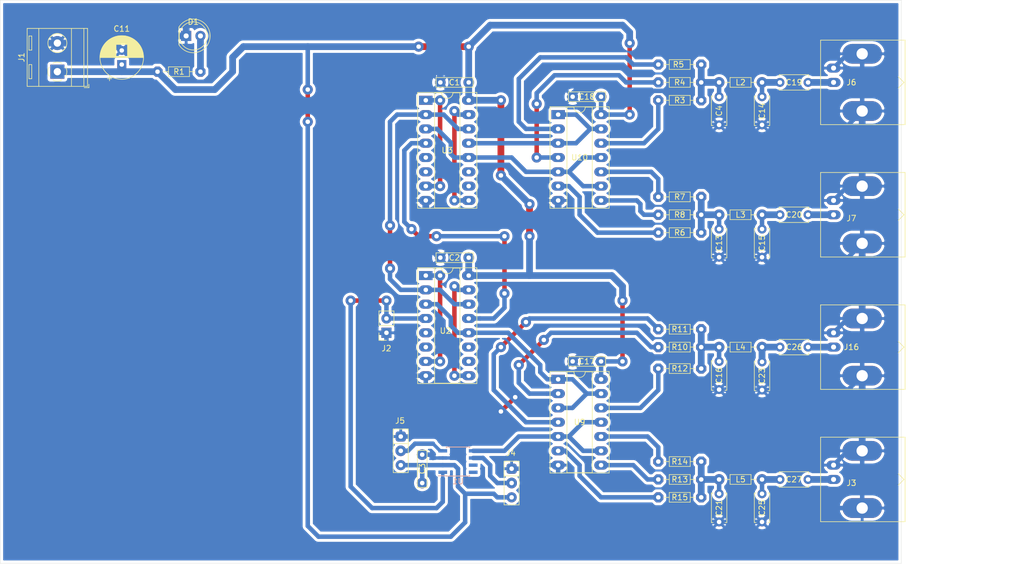
<source format=kicad_pcb>
(kicad_pcb (version 20171130) (host pcbnew "(5.1.0)-1")
  (layers (0 F.Cu signal) (31 B.Cu signal) (34 B.Paste user) (35 F.Paste user) (36 B.SilkS user) (37 F.SilkS user) (38 B.Mask user) (39 F.Mask user) (44 Edge.Cuts user))
  (net 0 "")
  (net 1 GND)
  (net 2 +5V)
  (net 3 "Net-(C13-Pad1)")
  (net 4 "Net-(C14-Pad1)")
  (net 5 "Net-(D1-Pad2)")
  (net 6 "Net-(R3-Pad1)")
  (net 7 "Net-(R7-Pad1)")
  (net 8 "Net-(R8-Pad1)")
  (net 9 "Net-(R10-Pad1)")
  (net 10 "Net-(R11-Pad1)")
  (net 11 "Net-(R12-Pad1)")
  (net 12 "Net-(R13-Pad1)")
  (net 13 "Net-(R14-Pad1)")
  (net 14 "Net-(R15-Pad1)")
  (net 15 "Net-(C4-Pad1)")
  (net 16 "Net-(C20-Pad2)")
  (net 17 "Net-(C15-Pad1)")
  (net 18 "Net-(C16-Pad1)")
  (net 19 "Net-(C19-Pad2)")
  (net 20 "Net-(C21-Pad1)")
  (net 21 "Net-(C25-Pad1)")
  (net 22 "Net-(C26-Pad2)")
  (net 23 "Net-(C27-Pad2)")
  (net 24 "Net-(R4-Pad1)")
  (net 25 "Net-(R5-Pad1)")
  (net 26 "Net-(R6-Pad1)")
  (net 27 "Net-(U10-Pad11)")
  (net 28 "Net-(U10-Pad1)")
  (net 29 "Net-(J2-Pad2)")
  (net 30 "Net-(U2-Pad15)")
  (net 31 "Net-(U2-Pad1)")
  (net 32 "Net-(U2-Pad14)")
  (net 33 "Net-(U2-Pad13)")
  (net 34 "Net-(U2-Pad12)")
  (net 35 "Net-(U3-Pad1)")
  (net 36 "Net-(U3-Pad15)")
  (net 37 "Net-(J4-Pad2)")
  (net 38 "Net-(J5-Pad2)")
  (net 39 "Net-(U1-Pad5)")
  (net 40 "Net-(C23-Pad2)")
  (module TerminalBlock_RND:TerminalBlock_RND_205-00287_1x02_P5.08mm_Horizontal (layer F.Cu) (at 33.655 34.29 90)
    (fp_text reference J1 (at 2.54 -6.36 270) (layer F.SilkS))
    (fp_text value Screw_Terminal_01x02)
    (pad 1 thru_hole rect (at 0 0 90) (size 2.5 2.5) (drill 1.3) (layers *.Cu *.Mask) (net 2 +5V))
    (pad 2 thru_hole circle (at 5.08 0 90) (size 2.5 2.5) (drill 1.3) (layers *.Cu *.Mask) (net 1 GND))
  )
  (module 00-Fred-mod:Cx (layer F.Cu) (at 130.175 85.725 180)
    (fp_text reference C17 (at 2.54 0 180) (layer F.SilkS))
    (fp_text value 100nf)
    (pad 1 thru_hole circle (at 0 0 180) (size 1.9 1.9) (drill 0.8) (layers *.Cu *.Mask) (net 2 +5V) (clearance 0.1))
    (pad 2 thru_hole circle (at 5.04 0 180) (size 1.9 1.9) (drill 0.8) (layers *.Cu *.Mask) (net 1 GND) (clearance 0.1))
  )
  (module Capacitor_THT:CP_Radial_D7.5mm_P2.50mm (layer F.Cu) (at 45.085 33.02 90)
    (fp_text reference C11 (at 6.35 0 -180) (layer F.SilkS))
    (fp_text value 10uf)
    (pad 2 thru_hole circle (at 2.5 0 90) (size 1.6 1.6) (drill 0.8) (layers *.Cu *.Mask) (net 1 GND))
    (pad 1 thru_hole rect (at 0 0 90) (size 1.6 1.6) (drill 0.8) (layers *.Cu *.Mask) (net 2 +5V))
  )
  (module LED_THT:LED_D5.0mm_Clear (layer F.Cu) (at 56.515 27.94)
    (fp_text reference D1 (at 1.27 -2.5) (layer F.SilkS))
    (fp_text value LED)
    (pad 1 thru_hole rect (at 0 0) (size 1.8 1.8) (drill 0.9) (layers *.Cu *.Mask) (net 1 GND))
    (pad 2 thru_hole circle (at 2.54 0) (size 1.8 1.8) (drill 0.9) (layers *.Cu *.Mask) (net 5 "Net-(D1-Pad2)"))
  )
  (module 00-Fred-mod:H-Rx (layer F.Cu) (at 51.435 34.29)
    (fp_text reference R1 (at 3.81 0) (layer F.SilkS))
    (fp_text value 180R)
    (pad 1 thru_hole custom (at 0 0 90) (size 1.8 1.8) (drill 0.8) (layers *.Cu F.Mask) (net 2 +5V) (clearance 0.1) (options (clearance outline) (anchor circle)) (primitives (gr_poly (pts (xy -0.37 0.9) (xy 0.37 0.9) (xy 0.9 0.37) (xy 0.9 -0.37) (xy 0.37 -0.9) (xy -0.37 -0.9) (xy -0.9 -0.37) (xy -0.9 0.37)) (width 0))))
    (pad 2 thru_hole custom (at 7.62 0 90) (size 1.8 1.8) (drill 0.8) (layers *.Cu F.Mask) (net 5 "Net-(D1-Pad2)") (clearance 0.1) (options (clearance outline) (anchor circle)) (primitives (gr_poly (pts (xy -0.37 0.9) (xy 0.37 0.9) (xy 0.9 0.37) (xy 0.9 -0.37) (xy 0.37 -0.9) (xy -0.37 -0.9) (xy -0.9 -0.37) (xy -0.9 0.37)) (width 0))))
  )
  (module Connector_Coaxial:BNC_Amphenol_B6252HB-NPP3G-50_Horizontal (layer F.Cu) (at 171.45 83.185 270)
    (fp_text reference J16 (at 0 -3.175) (layer F.SilkS))
    (fp_text value 1MHz)
    (pad 2 thru_hole oval (at -2.54 0 270) (size 1.6 2.5) (drill 0.89) (layers *.Cu *.Mask) (net 1 GND))
    (pad 1 thru_hole oval (at 0 0 270) (size 1.6 2.5) (drill 0.89) (layers *.Cu *.Mask) (net 22 "Net-(C26-Pad2)"))
    (pad 2 thru_hole oval (at 5.08 -5.08 270) (size 3.5 7) (drill 2.01) (layers *.Cu *.Mask) (net 1 GND))
    (pad 2 thru_hole oval (at -5.08 -5.08 270) (size 3.5 7) (drill 2.01) (layers *.Cu *.Mask) (net 1 GND))
  )
  (module 00-Fred-mod:Cx (layer F.Cu) (at 130.175 38.735 180)
    (fp_text reference C18 (at 2.54 0 180) (layer F.SilkS))
    (fp_text value 100nf)
    (pad 2 thru_hole circle (at 5.04 0 180) (size 1.9 1.9) (drill 0.8) (layers *.Cu *.Mask) (net 1 GND) (clearance 0.1))
    (pad 1 thru_hole circle (at 0 0 180) (size 1.9 1.9) (drill 0.8) (layers *.Cu *.Mask) (net 2 +5V) (clearance 0.1))
  )
  (module 00-Fred-mod:H-Rx (layer F.Cu) (at 140.335 83.185)
    (fp_text reference R10 (at 3.81 0) (layer F.SilkS))
    (fp_text value 150)
    (pad 1 thru_hole custom (at 0 0 90) (size 1.8 1.8) (drill 0.8) (layers *.Cu F.Mask) (net 9 "Net-(R10-Pad1)") (clearance 0.1) (options (clearance outline) (anchor circle)) (primitives (gr_poly (pts (xy -0.37 0.9) (xy 0.37 0.9) (xy 0.9 0.37) (xy 0.9 -0.37) (xy 0.37 -0.9) (xy -0.37 -0.9) (xy -0.9 -0.37) (xy -0.9 0.37)) (width 0))))
    (pad 2 thru_hole custom (at 7.62 0 90) (size 1.8 1.8) (drill 0.8) (layers *.Cu F.Mask) (net 18 "Net-(C16-Pad1)") (clearance 0.1) (options (clearance outline) (anchor circle)) (primitives (gr_poly (pts (xy -0.37 0.9) (xy 0.37 0.9) (xy 0.9 0.37) (xy 0.9 -0.37) (xy 0.37 -0.9) (xy -0.37 -0.9) (xy -0.9 -0.37) (xy -0.9 0.37)) (width 0))))
  )
  (module 00-Fred-mod:H-Rx (layer F.Cu) (at 140.335 80.01)
    (fp_text reference R11 (at 3.81 0) (layer F.SilkS))
    (fp_text value 150)
    (pad 2 thru_hole custom (at 7.62 0 90) (size 1.8 1.8) (drill 0.8) (layers *.Cu F.Mask) (net 18 "Net-(C16-Pad1)") (clearance 0.1) (options (clearance outline) (anchor circle)) (primitives (gr_poly (pts (xy -0.37 0.9) (xy 0.37 0.9) (xy 0.9 0.37) (xy 0.9 -0.37) (xy 0.37 -0.9) (xy -0.37 -0.9) (xy -0.9 -0.37) (xy -0.9 0.37)) (width 0))))
    (pad 1 thru_hole custom (at 0 0 90) (size 1.8 1.8) (drill 0.8) (layers *.Cu F.Mask) (net 10 "Net-(R11-Pad1)") (clearance 0.1) (options (clearance outline) (anchor circle)) (primitives (gr_poly (pts (xy -0.37 0.9) (xy 0.37 0.9) (xy 0.9 0.37) (xy 0.9 -0.37) (xy 0.37 -0.9) (xy -0.37 -0.9) (xy -0.9 -0.37) (xy -0.9 0.37)) (width 0))))
  )
  (module 00-Fred-mod:H-Rx (layer F.Cu) (at 140.335 86.995)
    (fp_text reference R12 (at 3.81 0) (layer F.SilkS))
    (fp_text value 150)
    (pad 1 thru_hole custom (at 0 0 90) (size 1.8 1.8) (drill 0.8) (layers *.Cu F.Mask) (net 11 "Net-(R12-Pad1)") (clearance 0.1) (options (clearance outline) (anchor circle)) (primitives (gr_poly (pts (xy -0.37 0.9) (xy 0.37 0.9) (xy 0.9 0.37) (xy 0.9 -0.37) (xy 0.37 -0.9) (xy -0.37 -0.9) (xy -0.9 -0.37) (xy -0.9 0.37)) (width 0))))
    (pad 2 thru_hole custom (at 7.62 0 90) (size 1.8 1.8) (drill 0.8) (layers *.Cu F.Mask) (net 18 "Net-(C16-Pad1)") (clearance 0.1) (options (clearance outline) (anchor circle)) (primitives (gr_poly (pts (xy -0.37 0.9) (xy 0.37 0.9) (xy 0.9 0.37) (xy 0.9 -0.37) (xy 0.37 -0.9) (xy -0.37 -0.9) (xy -0.9 -0.37) (xy -0.9 0.37)) (width 0))))
  )
  (module 00-Fred-mod:H-Rx (layer F.Cu) (at 140.335 106.68)
    (fp_text reference R13 (at 3.81 0) (layer F.SilkS))
    (fp_text value 150)
    (pad 2 thru_hole custom (at 7.62 0 90) (size 1.8 1.8) (drill 0.8) (layers *.Cu F.Mask) (net 20 "Net-(C21-Pad1)") (clearance 0.1) (options (clearance outline) (anchor circle)) (primitives (gr_poly (pts (xy -0.37 0.9) (xy 0.37 0.9) (xy 0.9 0.37) (xy 0.9 -0.37) (xy 0.37 -0.9) (xy -0.37 -0.9) (xy -0.9 -0.37) (xy -0.9 0.37)) (width 0))))
    (pad 1 thru_hole custom (at 0 0 90) (size 1.8 1.8) (drill 0.8) (layers *.Cu F.Mask) (net 12 "Net-(R13-Pad1)") (clearance 0.1) (options (clearance outline) (anchor circle)) (primitives (gr_poly (pts (xy -0.37 0.9) (xy 0.37 0.9) (xy 0.9 0.37) (xy 0.9 -0.37) (xy 0.37 -0.9) (xy -0.37 -0.9) (xy -0.9 -0.37) (xy -0.9 0.37)) (width 0))))
  )
  (module 00-Fred-mod:H-Rx (layer F.Cu) (at 140.335 103.505)
    (fp_text reference R14 (at 3.81 0) (layer F.SilkS))
    (fp_text value 150)
    (pad 1 thru_hole custom (at 0 0 90) (size 1.8 1.8) (drill 0.8) (layers *.Cu F.Mask) (net 13 "Net-(R14-Pad1)") (clearance 0.1) (options (clearance outline) (anchor circle)) (primitives (gr_poly (pts (xy -0.37 0.9) (xy 0.37 0.9) (xy 0.9 0.37) (xy 0.9 -0.37) (xy 0.37 -0.9) (xy -0.37 -0.9) (xy -0.9 -0.37) (xy -0.9 0.37)) (width 0))))
    (pad 2 thru_hole custom (at 7.62 0 90) (size 1.8 1.8) (drill 0.8) (layers *.Cu F.Mask) (net 20 "Net-(C21-Pad1)") (clearance 0.1) (options (clearance outline) (anchor circle)) (primitives (gr_poly (pts (xy -0.37 0.9) (xy 0.37 0.9) (xy 0.9 0.37) (xy 0.9 -0.37) (xy 0.37 -0.9) (xy -0.37 -0.9) (xy -0.9 -0.37) (xy -0.9 0.37)) (width 0))))
  )
  (module 00-Fred-mod:H-Rx (layer F.Cu) (at 140.335 109.855)
    (fp_text reference R15 (at 3.81 0) (layer F.SilkS))
    (fp_text value 150)
    (pad 2 thru_hole custom (at 7.62 0 90) (size 1.8 1.8) (drill 0.8) (layers *.Cu F.Mask) (net 20 "Net-(C21-Pad1)") (clearance 0.1) (options (clearance outline) (anchor circle)) (primitives (gr_poly (pts (xy -0.37 0.9) (xy 0.37 0.9) (xy 0.9 0.37) (xy 0.9 -0.37) (xy 0.37 -0.9) (xy -0.37 -0.9) (xy -0.9 -0.37) (xy -0.9 0.37)) (width 0))))
    (pad 1 thru_hole custom (at 0 0 90) (size 1.8 1.8) (drill 0.8) (layers *.Cu F.Mask) (net 14 "Net-(R15-Pad1)") (clearance 0.1) (options (clearance outline) (anchor circle)) (primitives (gr_poly (pts (xy -0.37 0.9) (xy 0.37 0.9) (xy 0.9 0.37) (xy 0.9 -0.37) (xy 0.37 -0.9) (xy -0.37 -0.9) (xy -0.9 -0.37) (xy -0.9 0.37)) (width 0))))
  )
  (module Package_DIP:DIP-14_W7.62mm_Socket_LongPads (layer F.Cu) (at 122.555 88.9)
    (fp_text reference U9 (at 3.81 7.62) (layer F.SilkS))
    (fp_text value 74HC04)
    (pad 1 thru_hole rect (at 0 0) (size 2.4 1.6) (drill 0.8) (layers *.Cu *.Mask) (net 34 "Net-(U2-Pad12)"))
    (pad 8 thru_hole oval (at 7.62 15.24) (size 2.4 1.6) (drill 0.8) (layers *.Cu *.Mask) (net 12 "Net-(R13-Pad1)"))
    (pad 2 thru_hole oval (at 0 2.54) (size 2.4 1.6) (drill 0.8) (layers *.Cu *.Mask) (net 9 "Net-(R10-Pad1)"))
    (pad 9 thru_hole oval (at 7.62 12.7) (size 2.4 1.6) (drill 0.8) (layers *.Cu *.Mask) (net 39 "Net-(U1-Pad5)"))
    (pad 3 thru_hole oval (at 0 5.08) (size 2.4 1.6) (drill 0.8) (layers *.Cu *.Mask) (net 34 "Net-(U2-Pad12)"))
    (pad 10 thru_hole oval (at 7.62 10.16) (size 2.4 1.6) (drill 0.8) (layers *.Cu *.Mask) (net 13 "Net-(R14-Pad1)"))
    (pad 4 thru_hole oval (at 0 7.62) (size 2.4 1.6) (drill 0.8) (layers *.Cu *.Mask) (net 10 "Net-(R11-Pad1)"))
    (pad 11 thru_hole oval (at 7.62 7.62) (size 2.4 1.6) (drill 0.8) (layers *.Cu *.Mask) (net 39 "Net-(U1-Pad5)"))
    (pad 5 thru_hole oval (at 0 10.16) (size 2.4 1.6) (drill 0.8) (layers *.Cu *.Mask) (net 39 "Net-(U1-Pad5)"))
    (pad 12 thru_hole oval (at 7.62 5.08) (size 2.4 1.6) (drill 0.8) (layers *.Cu *.Mask) (net 11 "Net-(R12-Pad1)"))
    (pad 6 thru_hole oval (at 0 12.7) (size 2.4 1.6) (drill 0.8) (layers *.Cu *.Mask) (net 14 "Net-(R15-Pad1)"))
    (pad 13 thru_hole oval (at 7.62 2.54) (size 2.4 1.6) (drill 0.8) (layers *.Cu *.Mask) (net 34 "Net-(U2-Pad12)"))
    (pad 7 thru_hole oval (at 0 15.24) (size 2.4 1.6) (drill 0.8) (layers *.Cu *.Mask) (net 1 GND))
    (pad 14 thru_hole oval (at 7.62 0) (size 2.4 1.6) (drill 0.8) (layers *.Cu *.Mask) (net 2 +5V))
  )
  (module Capacitor_THT:C_Disc_D5.0mm_W2.5mm_P5.00mm (layer F.Cu) (at 151.13 85.725 270)
    (fp_text reference C16 (at 2.5 0 270) (layer F.SilkS))
    (fp_text value 3.3nf)
    (pad 1 thru_hole circle (at 0 0 270) (size 1.6 1.6) (drill 0.8) (layers *.Cu *.Mask) (net 18 "Net-(C16-Pad1)"))
    (pad 2 thru_hole circle (at 5 0 270) (size 1.6 1.6) (drill 0.8) (layers *.Cu *.Mask) (net 1 GND))
  )
  (module Capacitor_THT:C_Disc_D5.0mm_W2.5mm_P5.00mm (layer F.Cu) (at 151.13 109.22 270)
    (fp_text reference C21 (at 2.54 0 270) (layer F.SilkS))
    (fp_text value 130pf)
    (pad 1 thru_hole circle (at 0 0 270) (size 1.6 1.6) (drill 0.8) (layers *.Cu *.Mask) (net 20 "Net-(C21-Pad1)"))
    (pad 2 thru_hole circle (at 5 0 270) (size 1.6 1.6) (drill 0.8) (layers *.Cu *.Mask) (net 1 GND))
  )
  (module Capacitor_THT:C_Disc_D5.0mm_W2.5mm_P5.00mm (layer F.Cu) (at 158.75 90.805 90)
    (fp_text reference C23 (at 2.5 0 90) (layer F.SilkS))
    (fp_text value 3.3nf)
    (pad 2 thru_hole circle (at 5 0 90) (size 1.6 1.6) (drill 0.8) (layers *.Cu *.Mask) (net 40 "Net-(C23-Pad2)"))
    (pad 1 thru_hole circle (at 0 0 90) (size 1.6 1.6) (drill 0.8) (layers *.Cu *.Mask) (net 1 GND))
  )
  (module Capacitor_THT:C_Disc_D5.0mm_W2.5mm_P5.00mm (layer F.Cu) (at 158.75 109.22 270)
    (fp_text reference C25 (at 2.5 0 270) (layer F.SilkS))
    (fp_text value 130pf)
    (pad 2 thru_hole circle (at 5 0 270) (size 1.6 1.6) (drill 0.8) (layers *.Cu *.Mask) (net 1 GND))
    (pad 1 thru_hole circle (at 0 0 270) (size 1.6 1.6) (drill 0.8) (layers *.Cu *.Mask) (net 21 "Net-(C25-Pad1)"))
  )
  (module Capacitor_THT:C_Disc_D5.0mm_W2.5mm_P5.00mm (layer F.Cu) (at 161.925 83.185)
    (fp_text reference C26 (at 2.54 0) (layer F.SilkS))
    (fp_text value 4.7nf)
    (pad 2 thru_hole circle (at 5 0) (size 1.6 1.6) (drill 0.8) (layers *.Cu *.Mask) (net 22 "Net-(C26-Pad2)"))
    (pad 1 thru_hole circle (at 0 0) (size 1.6 1.6) (drill 0.8) (layers *.Cu *.Mask) (net 40 "Net-(C23-Pad2)"))
  )
  (module Capacitor_THT:C_Disc_D5.0mm_W2.5mm_P5.00mm (layer F.Cu) (at 161.925 106.68)
    (fp_text reference C27 (at 2.5 0) (layer F.SilkS))
    (fp_text value 220pf)
    (pad 1 thru_hole circle (at 0 0) (size 1.6 1.6) (drill 0.8) (layers *.Cu *.Mask) (net 21 "Net-(C25-Pad1)"))
    (pad 2 thru_hole circle (at 5 0) (size 1.6 1.6) (drill 0.8) (layers *.Cu *.Mask) (net 23 "Net-(C27-Pad2)"))
  )
  (module Connector_Coaxial:BNC_Amphenol_B6252HB-NPP3G-50_Horizontal (layer F.Cu) (at 171.45 106.68 270)
    (fp_text reference J3 (at 0.635 -3.175 180) (layer F.SilkS))
    (fp_text value 25MHz)
    (pad 2 thru_hole oval (at -5.08 -5.08 270) (size 3.5 7) (drill 2.01) (layers *.Cu *.Mask) (net 1 GND))
    (pad 2 thru_hole oval (at 5.08 -5.08 270) (size 3.5 7) (drill 2.01) (layers *.Cu *.Mask) (net 1 GND))
    (pad 1 thru_hole oval (at 0 0 270) (size 1.6 2.5) (drill 0.89) (layers *.Cu *.Mask) (net 23 "Net-(C27-Pad2)"))
    (pad 2 thru_hole oval (at -2.54 0 270) (size 1.6 2.5) (drill 0.89) (layers *.Cu *.Mask) (net 1 GND))
  )
  (module 00-Fred-mod:Rx (layer F.Cu) (at 151.13 83.185)
    (fp_text reference L4 (at 3.81 0) (layer F.SilkS))
    (fp_text value 10uH)
    (pad 1 thru_hole circle (at 0 0) (size 1.9 1.9) (drill 0.8) (layers *.Cu *.Mask) (net 18 "Net-(C16-Pad1)") (clearance 0.1))
    (pad 2 thru_hole circle (at 7.62 0) (size 1.9 1.9) (drill 0.8) (layers *.Cu *.Mask) (net 40 "Net-(C23-Pad2)") (clearance 0.1))
  )
  (module 00-Fred-mod:Rx (layer F.Cu) (at 151.13 106.68)
    (fp_text reference L5 (at 3.81 0) (layer F.SilkS))
    (fp_text value 370nH)
    (pad 2 thru_hole circle (at 7.62 0) (size 1.9 1.9) (drill 0.8) (layers *.Cu *.Mask) (net 21 "Net-(C25-Pad1)") (clearance 0.1))
    (pad 1 thru_hole circle (at 0 0) (size 1.9 1.9) (drill 0.8) (layers *.Cu *.Mask) (net 20 "Net-(C21-Pad1)") (clearance 0.1))
  )
  (module Capacitor_THT:C_Disc_D5.0mm_W2.5mm_P5.00mm (layer F.Cu) (at 151.13 38.735 270)
    (fp_text reference C4 (at 2.5 0 270) (layer F.SilkS))
    (fp_text value 3.3uf)
    (pad 2 thru_hole circle (at 5 0 270) (size 1.6 1.6) (drill 0.8) (layers *.Cu *.Mask) (net 1 GND))
    (pad 1 thru_hole circle (at 0 0 270) (size 1.6 1.6) (drill 0.8) (layers *.Cu *.Mask) (net 15 "Net-(C4-Pad1)"))
  )
  (module Capacitor_THT:C_Disc_D5.0mm_W2.5mm_P5.00mm (layer F.Cu) (at 151.13 62.23 270)
    (fp_text reference C13 (at 2.5 0 270) (layer F.SilkS))
    (fp_text value 330nf)
    (pad 2 thru_hole circle (at 5 0 270) (size 1.6 1.6) (drill 0.8) (layers *.Cu *.Mask) (net 1 GND))
    (pad 1 thru_hole circle (at 0 0 270) (size 1.6 1.6) (drill 0.8) (layers *.Cu *.Mask) (net 3 "Net-(C13-Pad1)"))
  )
  (module Capacitor_THT:C_Disc_D5.0mm_W2.5mm_P5.00mm (layer F.Cu) (at 158.75 38.735 270)
    (fp_text reference C14 (at 2.54 0 270) (layer F.SilkS))
    (fp_text value 3.3uf)
    (pad 1 thru_hole circle (at 0 0 270) (size 1.6 1.6) (drill 0.8) (layers *.Cu *.Mask) (net 4 "Net-(C14-Pad1)"))
    (pad 2 thru_hole circle (at 5 0 270) (size 1.6 1.6) (drill 0.8) (layers *.Cu *.Mask) (net 1 GND))
  )
  (module Capacitor_THT:C_Disc_D5.0mm_W2.5mm_P5.00mm (layer F.Cu) (at 158.75 62.23 270)
    (fp_text reference C15 (at 2.5 0 270) (layer F.SilkS))
    (fp_text value 330nf)
    (pad 1 thru_hole circle (at 0 0 270) (size 1.6 1.6) (drill 0.8) (layers *.Cu *.Mask) (net 17 "Net-(C15-Pad1)"))
    (pad 2 thru_hole circle (at 5 0 270) (size 1.6 1.6) (drill 0.8) (layers *.Cu *.Mask) (net 1 GND))
  )
  (module Capacitor_THT:C_Disc_D5.0mm_W2.5mm_P5.00mm (layer F.Cu) (at 161.925 36.195)
    (fp_text reference C19 (at 2.5 0) (layer F.SilkS))
    (fp_text value 4.7uf)
    (pad 1 thru_hole circle (at 0 0) (size 1.6 1.6) (drill 0.8) (layers *.Cu *.Mask) (net 4 "Net-(C14-Pad1)"))
    (pad 2 thru_hole circle (at 5 0) (size 1.6 1.6) (drill 0.8) (layers *.Cu *.Mask) (net 19 "Net-(C19-Pad2)"))
  )
  (module Capacitor_THT:C_Disc_D5.0mm_W2.5mm_P5.00mm (layer F.Cu) (at 161.925 59.69)
    (fp_text reference C20 (at 2.5 0) (layer F.SilkS))
    (fp_text value 470nf)
    (pad 2 thru_hole circle (at 5 0) (size 1.6 1.6) (drill 0.8) (layers *.Cu *.Mask) (net 16 "Net-(C20-Pad2)"))
    (pad 1 thru_hole circle (at 0 0) (size 1.6 1.6) (drill 0.8) (layers *.Cu *.Mask) (net 17 "Net-(C15-Pad1)"))
  )
  (module Connector_Coaxial:BNC_Amphenol_B6252HB-NPP3G-50_Horizontal (layer F.Cu) (at 171.45 36.195 270)
    (fp_text reference J6 (at 0 -3.175) (layer F.SilkS))
    (fp_text value 1kHz)
    (pad 2 thru_hole oval (at -2.54 0 270) (size 1.6 2.5) (drill 0.89) (layers *.Cu *.Mask) (net 1 GND))
    (pad 1 thru_hole oval (at 0 0 270) (size 1.6 2.5) (drill 0.89) (layers *.Cu *.Mask) (net 19 "Net-(C19-Pad2)"))
    (pad 2 thru_hole oval (at 5.08 -5.08 270) (size 3.5 7) (drill 2.01) (layers *.Cu *.Mask) (net 1 GND))
    (pad 2 thru_hole oval (at -5.08 -5.08 270) (size 3.5 7) (drill 2.01) (layers *.Cu *.Mask) (net 1 GND))
  )
  (module Connector_Coaxial:BNC_Amphenol_B6252HB-NPP3G-50_Horizontal (layer F.Cu) (at 171.45 59.69 270)
    (fp_text reference J7 (at 0.635 -3.175) (layer F.SilkS))
    (fp_text value 10kHz)
    (pad 2 thru_hole oval (at -5.08 -5.08 270) (size 3.5 7) (drill 2.01) (layers *.Cu *.Mask) (net 1 GND))
    (pad 2 thru_hole oval (at 5.08 -5.08 270) (size 3.5 7) (drill 2.01) (layers *.Cu *.Mask) (net 1 GND))
    (pad 1 thru_hole oval (at 0 0 270) (size 1.6 2.5) (drill 0.89) (layers *.Cu *.Mask) (net 16 "Net-(C20-Pad2)"))
    (pad 2 thru_hole oval (at -2.54 0 270) (size 1.6 2.5) (drill 0.89) (layers *.Cu *.Mask) (net 1 GND))
  )
  (module 00-Fred-mod:Rx (layer F.Cu) (at 151.13 36.195)
    (fp_text reference L2 (at 3.81 0) (layer F.SilkS))
    (fp_text value 10mH)
    (pad 1 thru_hole circle (at 0 0) (size 1.9 1.9) (drill 0.8) (layers *.Cu *.Mask) (net 15 "Net-(C4-Pad1)") (clearance 0.1))
    (pad 2 thru_hole circle (at 7.62 0) (size 1.9 1.9) (drill 0.8) (layers *.Cu *.Mask) (net 4 "Net-(C14-Pad1)") (clearance 0.1))
  )
  (module 00-Fred-mod:Rx (layer F.Cu) (at 151.13 59.69)
    (fp_text reference L3 (at 3.81 0) (layer F.SilkS))
    (fp_text value 1mH)
    (pad 2 thru_hole circle (at 7.62 0) (size 1.9 1.9) (drill 0.8) (layers *.Cu *.Mask) (net 17 "Net-(C15-Pad1)") (clearance 0.1))
    (pad 1 thru_hole circle (at 0 0) (size 1.9 1.9) (drill 0.8) (layers *.Cu *.Mask) (net 3 "Net-(C13-Pad1)") (clearance 0.1))
  )
  (module 00-Fred-mod:H-Rx (layer F.Cu) (at 140.335 39.37)
    (fp_text reference R3 (at 3.81 0) (layer F.SilkS))
    (fp_text value 150)
    (pad 1 thru_hole custom (at 0 0 90) (size 1.8 1.8) (drill 0.8) (layers *.Cu F.Mask) (net 6 "Net-(R3-Pad1)") (clearance 0.1) (options (clearance outline) (anchor circle)) (primitives (gr_poly (pts (xy -0.37 0.9) (xy 0.37 0.9) (xy 0.9 0.37) (xy 0.9 -0.37) (xy 0.37 -0.9) (xy -0.37 -0.9) (xy -0.9 -0.37) (xy -0.9 0.37)) (width 0))))
    (pad 2 thru_hole custom (at 7.62 0 90) (size 1.8 1.8) (drill 0.8) (layers *.Cu F.Mask) (net 15 "Net-(C4-Pad1)") (clearance 0.1) (options (clearance outline) (anchor circle)) (primitives (gr_poly (pts (xy -0.37 0.9) (xy 0.37 0.9) (xy 0.9 0.37) (xy 0.9 -0.37) (xy 0.37 -0.9) (xy -0.37 -0.9) (xy -0.9 -0.37) (xy -0.9 0.37)) (width 0))))
  )
  (module 00-Fred-mod:H-Rx (layer F.Cu) (at 140.335 36.195)
    (fp_text reference R4 (at 3.81 0) (layer F.SilkS))
    (fp_text value 150)
    (pad 2 thru_hole custom (at 7.62 0 90) (size 1.8 1.8) (drill 0.8) (layers *.Cu F.Mask) (net 15 "Net-(C4-Pad1)") (clearance 0.1) (options (clearance outline) (anchor circle)) (primitives (gr_poly (pts (xy -0.37 0.9) (xy 0.37 0.9) (xy 0.9 0.37) (xy 0.9 -0.37) (xy 0.37 -0.9) (xy -0.37 -0.9) (xy -0.9 -0.37) (xy -0.9 0.37)) (width 0))))
    (pad 1 thru_hole custom (at 0 0 90) (size 1.8 1.8) (drill 0.8) (layers *.Cu F.Mask) (net 24 "Net-(R4-Pad1)") (clearance 0.1) (options (clearance outline) (anchor circle)) (primitives (gr_poly (pts (xy -0.37 0.9) (xy 0.37 0.9) (xy 0.9 0.37) (xy 0.9 -0.37) (xy 0.37 -0.9) (xy -0.37 -0.9) (xy -0.9 -0.37) (xy -0.9 0.37)) (width 0))))
  )
  (module 00-Fred-mod:H-Rx (layer F.Cu) (at 140.335 33.02)
    (fp_text reference R5 (at 3.574999 0) (layer F.SilkS))
    (fp_text value 150)
    (pad 1 thru_hole custom (at 0 0 90) (size 1.8 1.8) (drill 0.8) (layers *.Cu F.Mask) (net 25 "Net-(R5-Pad1)") (clearance 0.1) (options (clearance outline) (anchor circle)) (primitives (gr_poly (pts (xy -0.37 0.9) (xy 0.37 0.9) (xy 0.9 0.37) (xy 0.9 -0.37) (xy 0.37 -0.9) (xy -0.37 -0.9) (xy -0.9 -0.37) (xy -0.9 0.37)) (width 0))))
    (pad 2 thru_hole custom (at 7.62 0 90) (size 1.8 1.8) (drill 0.8) (layers *.Cu F.Mask) (net 15 "Net-(C4-Pad1)") (clearance 0.1) (options (clearance outline) (anchor circle)) (primitives (gr_poly (pts (xy -0.37 0.9) (xy 0.37 0.9) (xy 0.9 0.37) (xy 0.9 -0.37) (xy 0.37 -0.9) (xy -0.37 -0.9) (xy -0.9 -0.37) (xy -0.9 0.37)) (width 0))))
  )
  (module 00-Fred-mod:H-Rx (layer F.Cu) (at 140.335 62.865)
    (fp_text reference R6 (at 3.81 0) (layer F.SilkS))
    (fp_text value 150)
    (pad 2 thru_hole custom (at 7.62 0 90) (size 1.8 1.8) (drill 0.8) (layers *.Cu F.Mask) (net 3 "Net-(C13-Pad1)") (clearance 0.1) (options (clearance outline) (anchor circle)) (primitives (gr_poly (pts (xy -0.37 0.9) (xy 0.37 0.9) (xy 0.9 0.37) (xy 0.9 -0.37) (xy 0.37 -0.9) (xy -0.37 -0.9) (xy -0.9 -0.37) (xy -0.9 0.37)) (width 0))))
    (pad 1 thru_hole custom (at 0 0 90) (size 1.8 1.8) (drill 0.8) (layers *.Cu F.Mask) (net 26 "Net-(R6-Pad1)") (clearance 0.1) (options (clearance outline) (anchor circle)) (primitives (gr_poly (pts (xy -0.37 0.9) (xy 0.37 0.9) (xy 0.9 0.37) (xy 0.9 -0.37) (xy 0.37 -0.9) (xy -0.37 -0.9) (xy -0.9 -0.37) (xy -0.9 0.37)) (width 0))))
  )
  (module 00-Fred-mod:H-Rx (layer F.Cu) (at 140.335 56.515)
    (fp_text reference R7 (at 3.81 0) (layer F.SilkS))
    (fp_text value 150)
    (pad 1 thru_hole custom (at 0 0 90) (size 1.8 1.8) (drill 0.8) (layers *.Cu F.Mask) (net 7 "Net-(R7-Pad1)") (clearance 0.1) (options (clearance outline) (anchor circle)) (primitives (gr_poly (pts (xy -0.37 0.9) (xy 0.37 0.9) (xy 0.9 0.37) (xy 0.9 -0.37) (xy 0.37 -0.9) (xy -0.37 -0.9) (xy -0.9 -0.37) (xy -0.9 0.37)) (width 0))))
    (pad 2 thru_hole custom (at 7.62 0 90) (size 1.8 1.8) (drill 0.8) (layers *.Cu F.Mask) (net 3 "Net-(C13-Pad1)") (clearance 0.1) (options (clearance outline) (anchor circle)) (primitives (gr_poly (pts (xy -0.37 0.9) (xy 0.37 0.9) (xy 0.9 0.37) (xy 0.9 -0.37) (xy 0.37 -0.9) (xy -0.37 -0.9) (xy -0.9 -0.37) (xy -0.9 0.37)) (width 0))))
  )
  (module 00-Fred-mod:H-Rx (layer F.Cu) (at 140.335 59.69)
    (fp_text reference R8 (at 3.81 0) (layer F.SilkS))
    (fp_text value 150)
    (pad 2 thru_hole custom (at 7.62 0 90) (size 1.8 1.8) (drill 0.8) (layers *.Cu F.Mask) (net 3 "Net-(C13-Pad1)") (clearance 0.1) (options (clearance outline) (anchor circle)) (primitives (gr_poly (pts (xy -0.37 0.9) (xy 0.37 0.9) (xy 0.9 0.37) (xy 0.9 -0.37) (xy 0.37 -0.9) (xy -0.37 -0.9) (xy -0.9 -0.37) (xy -0.9 0.37)) (width 0))))
    (pad 1 thru_hole custom (at 0 0 90) (size 1.8 1.8) (drill 0.8) (layers *.Cu F.Mask) (net 8 "Net-(R8-Pad1)") (clearance 0.1) (options (clearance outline) (anchor circle)) (primitives (gr_poly (pts (xy -0.37 0.9) (xy 0.37 0.9) (xy 0.9 0.37) (xy 0.9 -0.37) (xy 0.37 -0.9) (xy -0.37 -0.9) (xy -0.9 -0.37) (xy -0.9 0.37)) (width 0))))
  )
  (module Package_DIP:DIP-14_W7.62mm_Socket_LongPads (layer F.Cu) (at 122.555 41.91)
    (fp_text reference U10 (at 3.81 7.62) (layer F.SilkS))
    (fp_text value 74HC04)
    (pad 1 thru_hole rect (at 0 0) (size 2.4 1.6) (drill 0.8) (layers *.Cu *.Mask) (net 28 "Net-(U10-Pad1)"))
    (pad 8 thru_hole oval (at 7.62 15.24) (size 2.4 1.6) (drill 0.8) (layers *.Cu *.Mask) (net 8 "Net-(R8-Pad1)"))
    (pad 2 thru_hole oval (at 0 2.54) (size 2.4 1.6) (drill 0.8) (layers *.Cu *.Mask) (net 25 "Net-(R5-Pad1)"))
    (pad 9 thru_hole oval (at 7.62 12.7) (size 2.4 1.6) (drill 0.8) (layers *.Cu *.Mask) (net 27 "Net-(U10-Pad11)"))
    (pad 3 thru_hole oval (at 0 5.08) (size 2.4 1.6) (drill 0.8) (layers *.Cu *.Mask) (net 28 "Net-(U10-Pad1)"))
    (pad 10 thru_hole oval (at 7.62 10.16) (size 2.4 1.6) (drill 0.8) (layers *.Cu *.Mask) (net 7 "Net-(R7-Pad1)"))
    (pad 4 thru_hole oval (at 0 7.62) (size 2.4 1.6) (drill 0.8) (layers *.Cu *.Mask) (net 24 "Net-(R4-Pad1)"))
    (pad 11 thru_hole oval (at 7.62 7.62) (size 2.4 1.6) (drill 0.8) (layers *.Cu *.Mask) (net 27 "Net-(U10-Pad11)"))
    (pad 5 thru_hole oval (at 0 10.16) (size 2.4 1.6) (drill 0.8) (layers *.Cu *.Mask) (net 27 "Net-(U10-Pad11)"))
    (pad 12 thru_hole oval (at 7.62 5.08) (size 2.4 1.6) (drill 0.8) (layers *.Cu *.Mask) (net 6 "Net-(R3-Pad1)"))
    (pad 6 thru_hole oval (at 0 12.7) (size 2.4 1.6) (drill 0.8) (layers *.Cu *.Mask) (net 26 "Net-(R6-Pad1)"))
    (pad 13 thru_hole oval (at 7.62 2.54) (size 2.4 1.6) (drill 0.8) (layers *.Cu *.Mask) (net 28 "Net-(U10-Pad1)"))
    (pad 7 thru_hole oval (at 0 15.24) (size 2.4 1.6) (drill 0.8) (layers *.Cu *.Mask) (net 1 GND))
    (pad 14 thru_hole oval (at 7.62 0) (size 2.4 1.6) (drill 0.8) (layers *.Cu *.Mask) (net 2 +5V))
  )
  (module 00-Fred-mod:Cx (layer F.Cu) (at 106.68 36.195 180)
    (fp_text reference C1 (at 2.54 0 180) (layer F.SilkS))
    (fp_text value 100nf)
    (pad 1 thru_hole circle (at 0 0 180) (size 1.9 1.9) (drill 0.8) (layers *.Cu *.Mask) (net 2 +5V) (clearance 0.1))
    (pad 2 thru_hole circle (at 5.04 0 180) (size 1.9 1.9) (drill 0.8) (layers *.Cu *.Mask) (net 1 GND) (clearance 0.1))
  )
  (module 00-Fred-mod:Cx (layer F.Cu) (at 106.68 67.31 180)
    (fp_text reference C2 (at 2.54 0 180) (layer F.SilkS))
    (fp_text value 100nf)
    (pad 2 thru_hole circle (at 5.04 0 180) (size 1.9 1.9) (drill 0.8) (layers *.Cu *.Mask) (net 1 GND) (clearance 0.1))
    (pad 1 thru_hole circle (at 0 0 180) (size 1.9 1.9) (drill 0.8) (layers *.Cu *.Mask) (net 2 +5V) (clearance 0.1))
  )
  (module Connector_PinSocket_2.54mm:PinSocket_1x02_P2.54mm_Vertical (layer F.Cu) (at 92.075 80.645 180)
    (fp_text reference J2 (at 0 -2.77 180) (layer F.SilkS))
    (fp_text value Conn_01x02)
    (pad 1 thru_hole rect (at 0 0 180) (size 1.8 1.8) (drill 0.8) (layers *.Cu *.Mask) (net 1 GND))
    (pad 2 thru_hole oval (at 0 2.54 180) (size 1.8 1.8) (drill 0.8) (layers *.Cu *.Mask) (net 29 "Net-(J2-Pad2)"))
  )
  (module Package_DIP:DIP-16_W7.62mm_Socket_LongPads (layer F.Cu) (at 99.06 70.485)
    (fp_text reference U2 (at 3.504999 9.804999) (layer F.SilkS))
    (fp_text value 74LS390)
    (pad 16 thru_hole oval (at 7.62 0) (size 2.4 1.6) (drill 0.8) (layers *.Cu *.Mask) (net 2 +5V))
    (pad 8 thru_hole oval (at 0 17.78) (size 2.4 1.6) (drill 0.8) (layers *.Cu *.Mask) (net 1 GND))
    (pad 15 thru_hole oval (at 7.62 2.54) (size 2.4 1.6) (drill 0.8) (layers *.Cu *.Mask) (net 30 "Net-(U2-Pad15)"))
    (pad 7 thru_hole oval (at 0 15.24) (size 2.4 1.6) (drill 0.8) (layers *.Cu *.Mask) (net 31 "Net-(U2-Pad1)"))
    (pad 14 thru_hole oval (at 7.62 5.08) (size 2.4 1.6) (drill 0.8) (layers *.Cu *.Mask) (net 32 "Net-(U2-Pad14)"))
    (pad 6 thru_hole oval (at 0 12.7) (size 2.4 1.6) (drill 0.8) (layers *.Cu *.Mask))
    (pad 13 thru_hole oval (at 7.62 7.62) (size 2.4 1.6) (drill 0.8) (layers *.Cu *.Mask) (net 33 "Net-(U2-Pad13)"))
    (pad 5 thru_hole oval (at 0 10.16) (size 2.4 1.6) (drill 0.8) (layers *.Cu *.Mask))
    (pad 12 thru_hole oval (at 7.62 10.16) (size 2.4 1.6) (drill 0.8) (layers *.Cu *.Mask) (net 34 "Net-(U2-Pad12)"))
    (pad 4 thru_hole oval (at 0 7.62) (size 2.4 1.6) (drill 0.8) (layers *.Cu *.Mask) (net 29 "Net-(J2-Pad2)"))
    (pad 11 thru_hole oval (at 7.62 12.7) (size 2.4 1.6) (drill 0.8) (layers *.Cu *.Mask))
    (pad 3 thru_hole oval (at 0 5.08) (size 2.4 1.6) (drill 0.8) (layers *.Cu *.Mask) (net 34 "Net-(U2-Pad12)"))
    (pad 10 thru_hole oval (at 7.62 15.24) (size 2.4 1.6) (drill 0.8) (layers *.Cu *.Mask))
    (pad 2 thru_hole oval (at 0 2.54) (size 2.4 1.6) (drill 0.8) (layers *.Cu *.Mask) (net 32 "Net-(U2-Pad14)"))
    (pad 9 thru_hole oval (at 7.62 17.78) (size 2.4 1.6) (drill 0.8) (layers *.Cu *.Mask) (net 30 "Net-(U2-Pad15)"))
    (pad 1 thru_hole rect (at 0 0) (size 2.4 1.6) (drill 0.8) (layers *.Cu *.Mask) (net 31 "Net-(U2-Pad1)"))
  )
  (module Package_DIP:DIP-16_W7.62mm_Socket_LongPads (layer F.Cu) (at 99.06 39.37)
    (fp_text reference U3 (at 3.81 8.89) (layer F.SilkS))
    (fp_text value 74LS390)
    (pad 1 thru_hole rect (at 0 0) (size 2.4 1.6) (drill 0.8) (layers *.Cu *.Mask) (net 35 "Net-(U3-Pad1)"))
    (pad 9 thru_hole oval (at 7.62 17.78) (size 2.4 1.6) (drill 0.8) (layers *.Cu *.Mask) (net 36 "Net-(U3-Pad15)"))
    (pad 2 thru_hole oval (at 0 2.54) (size 2.4 1.6) (drill 0.8) (layers *.Cu *.Mask) (net 32 "Net-(U2-Pad14)"))
    (pad 10 thru_hole oval (at 7.62 15.24) (size 2.4 1.6) (drill 0.8) (layers *.Cu *.Mask))
    (pad 3 thru_hole oval (at 0 5.08) (size 2.4 1.6) (drill 0.8) (layers *.Cu *.Mask) (net 27 "Net-(U10-Pad11)"))
    (pad 11 thru_hole oval (at 7.62 12.7) (size 2.4 1.6) (drill 0.8) (layers *.Cu *.Mask))
    (pad 4 thru_hole oval (at 0 7.62) (size 2.4 1.6) (drill 0.8) (layers *.Cu *.Mask) (net 33 "Net-(U2-Pad13)"))
    (pad 12 thru_hole oval (at 7.62 10.16) (size 2.4 1.6) (drill 0.8) (layers *.Cu *.Mask) (net 27 "Net-(U10-Pad11)"))
    (pad 5 thru_hole oval (at 0 10.16) (size 2.4 1.6) (drill 0.8) (layers *.Cu *.Mask))
    (pad 13 thru_hole oval (at 7.62 7.62) (size 2.4 1.6) (drill 0.8) (layers *.Cu *.Mask) (net 28 "Net-(U10-Pad1)"))
    (pad 6 thru_hole oval (at 0 12.7) (size 2.4 1.6) (drill 0.8) (layers *.Cu *.Mask))
    (pad 14 thru_hole oval (at 7.62 5.08) (size 2.4 1.6) (drill 0.8) (layers *.Cu *.Mask) (net 32 "Net-(U2-Pad14)"))
    (pad 7 thru_hole oval (at 0 15.24) (size 2.4 1.6) (drill 0.8) (layers *.Cu *.Mask) (net 35 "Net-(U3-Pad1)"))
    (pad 15 thru_hole oval (at 7.62 2.54) (size 2.4 1.6) (drill 0.8) (layers *.Cu *.Mask) (net 36 "Net-(U3-Pad15)"))
    (pad 8 thru_hole oval (at 0 17.78) (size 2.4 1.6) (drill 0.8) (layers *.Cu *.Mask) (net 1 GND))
    (pad 16 thru_hole oval (at 7.62 0) (size 2.4 1.6) (drill 0.8) (layers *.Cu *.Mask) (net 2 +5V))
  )
  (module 00-Fred-mod:Cx (layer F.Cu) (at 98.425 107.315 90)
    (fp_text reference C3 (at 2.54 0 90) (layer F.SilkS))
    (fp_text value 100nf)
    (pad 1 thru_hole circle (at 0 0 90) (size 1.9 1.9) (drill 0.8) (layers *.Cu *.Mask) (net 2 +5V) (clearance 0.1))
    (pad 2 thru_hole circle (at 5.04 0 90) (size 1.9 1.9) (drill 0.8) (layers *.Cu *.Mask) (net 1 GND) (clearance 0.1))
  )
  (module 00-Fred-mod:Con_1x03_P2.54mm (layer F.Cu) (at 114.3 104.775)
    (fp_text reference J4 (at -0.127 -2.794 180) (layer F.SilkS))
    (fp_text value Conn_01x03)
    (pad 3 thru_hole oval (at 0 5.08) (size 1.8 1.8) (drill 0.8) (layers *.Cu *.Mask) (net 2 +5V) (clearance 0.1))
    (pad 2 thru_hole oval (at 0 2.54) (size 1.9 1.9) (drill 0.8) (layers *.Cu *.Mask) (net 37 "Net-(J4-Pad2)") (clearance 0.1))
    (pad 1 thru_hole roundrect (at 0 0) (size 1.8 1.8) (drill 0.8) (layers *.Cu *.Mask) (net 1 GND) (clearance 0.1))
  )
  (module 00-Fred-mod:Con_1x03_P2.54mm (layer F.Cu) (at 94.615 99.06)
    (fp_text reference J5 (at -0.127 -2.794 180) (layer F.SilkS))
    (fp_text value Conn_01x03)
    (pad 1 thru_hole roundrect (at 0 0) (size 1.8 1.8) (drill 0.8) (layers *.Cu *.Mask) (net 1 GND) (clearance 0.1))
    (pad 2 thru_hole oval (at 0 2.54) (size 1.9 1.9) (drill 0.8) (layers *.Cu *.Mask) (net 38 "Net-(J5-Pad2)") (clearance 0.1))
    (pad 3 thru_hole oval (at 0 5.08) (size 1.8 1.8) (drill 0.8) (layers *.Cu *.Mask) (net 2 +5V) (clearance 0.1))
  )
  (module Package_SO:SOIC-8_3.9x4.9mm_P1.27mm (layer B.Cu) (at 104.775 103.505)
    (fp_text reference U1 (at 0 3.5) (layer B.SilkS) (effects (justify mirror)))
    (fp_text value ICS511)
    (pad 1 smd rect (at -2.7 1.905) (size 1.55 0.6) (layers B.Cu B.Paste B.Mask) (net 29 "Net-(J2-Pad2)"))
    (pad 2 smd rect (at -2.7 0.635) (size 1.55 0.6) (layers B.Cu B.Paste B.Mask) (net 2 +5V))
    (pad 3 smd rect (at -2.7 -0.635) (size 1.55 0.6) (layers B.Cu B.Paste B.Mask) (net 1 GND))
    (pad 4 smd rect (at -2.7 -1.905) (size 1.55 0.6) (layers B.Cu B.Paste B.Mask) (net 38 "Net-(J5-Pad2)"))
    (pad 5 smd rect (at 2.7 -1.905) (size 1.55 0.6) (layers B.Cu B.Paste B.Mask) (net 39 "Net-(U1-Pad5)"))
    (pad 6 smd rect (at 2.7 -0.635) (size 1.55 0.6) (layers B.Cu B.Paste B.Mask) (net 37 "Net-(J4-Pad2)"))
    (pad 7 smd rect (at 2.7 0.635) (size 1.55 0.6) (layers B.Cu B.Paste B.Mask))
    (pad 8 smd rect (at 2.7 1.905) (size 1.55 0.6) (layers B.Cu B.Paste B.Mask))
  )
  (gr_line (start 23.495 21.59) (end 183.495 21.59) (layer Edge.Cuts) (width 0.05))
  (gr_line (start 183.495 21.59) (end 183.495 121.59) (layer Edge.Cuts) (width 0.05))
  (gr_line (start 183.495 121.59) (end 23.495 121.59) (layer Edge.Cuts) (width 0.05))
  (gr_line (start 23.495 121.59) (end 23.495 21.59) (layer Edge.Cuts) (width 0.05))
  (segment (start 176.53 85.715) (end 176.53 78.105) (width 0.8) (layer B.Cu) (net 1))
  (segment (start 176.53 88.265) (end 176.53 85.715) (width 0.8) (layer B.Cu) (net 1))
  (segment (start 173.99 78.105) (end 171.45 80.645) (width 0.8) (layer B.Cu) (net 1))
  (segment (start 176.53 78.105) (end 173.99 78.105) (width 0.8) (layer B.Cu) (net 1))
  (segment (start 176.53 109.21) (end 176.53 101.6) (width 0.8) (layer B.Cu) (net 1))
  (segment (start 176.53 111.76) (end 176.53 109.21) (width 0.8) (layer B.Cu) (net 1))
  (segment (start 173.99 101.6) (end 171.45 104.14) (width 0.8) (layer B.Cu) (net 1))
  (segment (start 176.53 101.6) (end 173.99 101.6) (width 0.8) (layer B.Cu) (net 1))
  (segment (start 174.07 90.725) (end 176.53 88.265) (width 0.8) (layer B.Cu) (net 1))
  (segment (start 151.13 114.22) (end 158.75 114.22) (width 0.8) (layer B.Cu) (net 1))
  (segment (start 161.21 111.76) (end 176.53 111.76) (width 0.8) (layer B.Cu) (net 1))
  (segment (start 158.75 114.22) (end 161.21 111.76) (width 0.8) (layer B.Cu) (net 1))
  (segment (start 151.13 67.23) (end 158.75 67.23) (width 0.8) (layer B.Cu) (net 1))
  (segment (start 174.07 67.23) (end 176.53 64.77) (width 0.8) (layer B.Cu) (net 1))
  (segment (start 176.53 54.61) (end 176.53 64.77) (width 0.8) (layer B.Cu) (net 1))
  (segment (start 173.99 54.61) (end 171.45 57.15) (width 0.8) (layer B.Cu) (net 1))
  (segment (start 176.53 54.61) (end 173.99 54.61) (width 0.8) (layer B.Cu) (net 1))
  (segment (start 151.13 43.735) (end 158.75 43.735) (width 0.8) (layer B.Cu) (net 1))
  (segment (start 174.07 43.735) (end 176.53 41.275) (width 0.8) (layer B.Cu) (net 1))
  (segment (start 173.99 31.115) (end 171.45 33.655) (width 0.8) (layer B.Cu) (net 1))
  (segment (start 176.53 31.115) (end 173.99 31.115) (width 0.8) (layer B.Cu) (net 1))
  (segment (start 176.53 33.665) (end 176.53 41.275) (width 0.8) (layer B.Cu) (net 1))
  (segment (start 176.53 31.115) (end 176.53 33.665) (width 0.8) (layer B.Cu) (net 1))
  (segment (start 122.555 104.14) (end 122.555 111.76) (width 0.8) (layer B.Cu) (net 1))
  (segment (start 122.555 111.76) (end 125.095 114.3) (width 0.8) (layer B.Cu) (net 1))
  (segment (start 125.175 114.22) (end 151.13 114.22) (width 0.8) (layer B.Cu) (net 1))
  (segment (start 125.095 114.3) (end 125.175 114.22) (width 0.8) (layer B.Cu) (net 1))
  (segment (start 126.405 36.83) (end 132.715 36.83) (width 0.8) (layer B.Cu) (net 1))
  (segment (start 124.5 38.735) (end 126.405 36.83) (width 0.8) (layer B.Cu) (net 1))
  (segment (start 132.715 36.83) (end 133.58001 37.69501) (width 0.8) (layer B.Cu) (net 1))
  (segment (start 145.415 42.545) (end 146.685 43.815) (width 0.8) (layer B.Cu) (net 1))
  (segment (start 133.58001 37.69501) (end 142.47001 37.69501) (width 0.8) (layer B.Cu) (net 1))
  (segment (start 142.47001 37.69501) (end 145.415 40.64) (width 0.8) (layer B.Cu) (net 1))
  (segment (start 145.415 40.64) (end 145.415 42.545) (width 0.8) (layer B.Cu) (net 1))
  (segment (start 146.765 43.735) (end 151.13 43.735) (width 0.8) (layer B.Cu) (net 1))
  (segment (start 146.685 43.815) (end 146.765 43.735) (width 0.8) (layer B.Cu) (net 1))
  (segment (start 158.75 43.735) (end 174.07 43.735) (width 0.8) (layer B.Cu) (net 1))
  (segment (start 173.270001 68.029999) (end 174.07 67.23) (width 0.8) (layer B.Cu) (net 1))
  (segment (start 159.549999 68.029999) (end 173.270001 68.029999) (width 0.8) (layer B.Cu) (net 1))
  (segment (start 158.75 67.23) (end 159.549999 68.029999) (width 0.8) (layer B.Cu) (net 1))
  (segment (start 176.53 44.225) (end 176.53 41.275) (width 1.2) (layer B.Cu) (net 1))
  (segment (start 176.404999 44.350001) (end 176.53 44.225) (width 1.2) (layer B.Cu) (net 1))
  (segment (start 176.404999 51.534999) (end 176.404999 44.350001) (width 1.2) (layer B.Cu) (net 1))
  (segment (start 176.53 51.66) (end 176.404999 51.534999) (width 1.2) (layer B.Cu) (net 1))
  (segment (start 176.53 54.61) (end 176.53 51.66) (width 1.2) (layer B.Cu) (net 1))
  (segment (start 176.53 67.72) (end 176.53 64.77) (width 1.2) (layer B.Cu) (net 1))
  (segment (start 176.404999 67.845001) (end 176.53 67.72) (width 1.2) (layer B.Cu) (net 1))
  (segment (start 176.404999 75.029999) (end 176.404999 67.845001) (width 1.2) (layer B.Cu) (net 1))
  (segment (start 176.53 75.155) (end 176.404999 75.029999) (width 1.2) (layer B.Cu) (net 1))
  (segment (start 176.53 78.105) (end 176.53 75.155) (width 1.2) (layer B.Cu) (net 1))
  (segment (start 176.53 91.215) (end 176.53 88.265) (width 1.2) (layer B.Cu) (net 1))
  (segment (start 176.404999 91.340001) (end 176.53 91.215) (width 1.2) (layer B.Cu) (net 1))
  (segment (start 176.404999 96.834001) (end 176.404999 91.340001) (width 1.2) (layer B.Cu) (net 1))
  (segment (start 176.53 96.959002) (end 176.404999 96.834001) (width 1.2) (layer B.Cu) (net 1))
  (segment (start 176.53 101.6) (end 176.53 96.959002) (width 1.2) (layer B.Cu) (net 1))
  (segment (start 122.555 57.15) (end 122.555 59.055) (width 0.8) (layer B.Cu) (net 1))
  (segment (start 99.06 64.73) (end 101.64 67.31) (width 1.2) (layer B.Cu) (net 1))
  (segment (start 99.06 61.595) (end 121.285 61.595) (width 1.2) (layer B.Cu) (net 1))
  (segment (start 99.06 61.595) (end 99.06 64.73) (width 1.2) (layer B.Cu) (net 1))
  (segment (start 99.06 57.15) (end 99.06 61.595) (width 1.2) (layer B.Cu) (net 1))
  (segment (start 122.555 60.325) (end 122.555 57.15) (width 1.2) (layer B.Cu) (net 1))
  (segment (start 121.285 61.595) (end 122.555 60.325) (width 1.2) (layer B.Cu) (net 1))
  (segment (start 146.605 67.23) (end 151.13 67.23) (width 0.8) (layer B.Cu) (net 1))
  (segment (start 144.78 65.405) (end 146.605 67.23) (width 0.8) (layer B.Cu) (net 1))
  (segment (start 128.417019 65.405) (end 144.78 65.405) (width 0.8) (layer B.Cu) (net 1))
  (segment (start 122.555 60.325) (end 123.337019 60.325) (width 0.8) (layer B.Cu) (net 1))
  (segment (start 123.337019 60.325) (end 128.417019 65.405) (width 0.8) (layer B.Cu) (net 1))
  (segment (start 92.075 80.645) (end 92.075 86.36) (width 0.8) (layer B.Cu) (net 1))
  (segment (start 92.075 86.36) (end 93.98 88.265) (width 0.8) (layer B.Cu) (net 1))
  (segment (start 93.98 88.265) (end 99.06 88.265) (width 0.8) (layer B.Cu) (net 1))
  (segment (start 90.425 80.645) (end 88.9 79.12) (width 0.8) (layer B.Cu) (net 1))
  (segment (start 92.075 80.645) (end 90.425 80.645) (width 0.8) (layer B.Cu) (net 1))
  (segment (start 88.9 79.12) (end 88.9 67.31) (width 0.8) (layer B.Cu) (net 1))
  (segment (start 91.48 64.73) (end 99.06 64.73) (width 0.8) (layer B.Cu) (net 1))
  (segment (start 88.9 67.31) (end 91.48 64.73) (width 0.8) (layer B.Cu) (net 1))
  (segment (start 43.775 29.21) (end 45.085 30.52) (width 1.2) (layer B.Cu) (net 1))
  (segment (start 33.655 29.21) (end 43.775 29.21) (width 1.2) (layer B.Cu) (net 1))
  (segment (start 45.085 30.52) (end 48.22 30.52) (width 1.2) (layer B.Cu) (net 1))
  (segment (start 50.8 27.94) (end 56.515 27.94) (width 1.2) (layer B.Cu) (net 1))
  (segment (start 48.22 30.52) (end 50.8 27.94) (width 1.2) (layer B.Cu) (net 1))
  (segment (start 101.64 26.71) (end 101.64 36.195) (width 1.2) (layer B.Cu) (net 1))
  (segment (start 99.06 24.13) (end 101.64 26.71) (width 1.2) (layer B.Cu) (net 1))
  (segment (start 58.42 24.13) (end 99.06 24.13) (width 1.2) (layer B.Cu) (net 1))
  (segment (start 56.515 27.94) (end 56.515 26.035) (width 1.2) (layer B.Cu) (net 1))
  (segment (start 56.515 26.035) (end 58.42 24.13) (width 1.2) (layer B.Cu) (net 1))
  (segment (start 89.535 62.785) (end 91.48 64.73) (width 1.2) (layer B.Cu) (net 1))
  (segment (start 89.535 41.91) (end 89.535 62.785) (width 1.2) (layer B.Cu) (net 1))
  (segment (start 87.63 40.005) (end 89.535 41.91) (width 1.2) (layer B.Cu) (net 1))
  (segment (start 53.34 40.005) (end 87.63 40.005) (width 1.2) (layer B.Cu) (net 1))
  (segment (start 31.75 29.21) (end 29.845 31.115) (width 1.2) (layer B.Cu) (net 1))
  (segment (start 33.655 29.21) (end 31.75 29.21) (width 1.2) (layer B.Cu) (net 1))
  (segment (start 29.845 31.115) (end 29.845 36.83) (width 1.2) (layer B.Cu) (net 1))
  (segment (start 29.845 36.83) (end 31.115 38.1) (width 1.2) (layer B.Cu) (net 1))
  (segment (start 31.115 38.1) (end 51.435 38.1) (width 1.2) (layer B.Cu) (net 1))
  (segment (start 51.435 38.1) (end 53.34 40.005) (width 1.2) (layer B.Cu) (net 1))
  (segment (start 104.775 93.98) (end 103.505 92.71) (width 0.8) (layer B.Cu) (net 1))
  (segment (start 103.505 92.71) (end 100.33 92.71) (width 0.8) (layer B.Cu) (net 1))
  (segment (start 100.33 92.71) (end 99.06 91.44) (width 0.8) (layer B.Cu) (net 1))
  (segment (start 99.06 91.44) (end 99.06 88.265) (width 0.8) (layer B.Cu) (net 1))
  (segment (start 114.3 104.775) (end 118.745 104.775) (width 0.8) (layer B.Cu) (net 1))
  (segment (start 118.745 104.775) (end 119.38 104.14) (width 0.8) (layer B.Cu) (net 1))
  (segment (start 119.38 104.14) (end 122.555 104.14) (width 0.8) (layer B.Cu) (net 1))
  (segment (start 94.615 99.06) (end 104.775 99.06) (width 0.8) (layer B.Cu) (net 1))
  (segment (start 104.775 101.745) (end 104.775 99.06) (width 0.8) (layer B.Cu) (net 1))
  (segment (start 99.768502 102.275) (end 98.425 102.275) (width 0.8) (layer B.Cu) (net 1))
  (segment (start 100.33 102.836498) (end 99.768502 102.275) (width 0.8) (layer B.Cu) (net 1))
  (segment (start 100.33 102.87) (end 100.33 102.836498) (width 0.8) (layer B.Cu) (net 1))
  (segment (start 100.33 102.87) (end 102.075 102.87) (width 0.6) (layer B.Cu) (net 1))
  (segment (start 102.075 102.87) (end 103.65 102.87) (width 0.6) (layer B.Cu) (net 1))
  (segment (start 103.65 102.87) (end 104.775 101.745) (width 0.6) (layer B.Cu) (net 1))
  (segment (start 104.775 95.25) (end 111.76 95.25) (width 0.8) (layer B.Cu) (net 1))
  (segment (start 104.775 95.25) (end 104.775 93.98) (width 0.8) (layer B.Cu) (net 1))
  (segment (start 104.775 99.06) (end 104.775 95.25) (width 0.8) (layer B.Cu) (net 1))
  (via (at 112.395 94.615) (size 1.8) (drill 0.8) (layers F.Cu B.Cu) (net 1))
  (segment (start 111.76 95.25) (end 112.395 94.615) (width 0.8) (layer B.Cu) (net 1))
  (segment (start 112.395 94.615) (end 113.294999 93.715001) (width 0.8) (layer F.Cu) (net 1))
  (via (at 114.935 92.075) (size 1.8) (drill 0.8) (layers F.Cu B.Cu) (net 1))
  (segment (start 113.294999 93.715001) (end 114.935 92.075) (width 0.8) (layer F.Cu) (net 1))
  (segment (start 147.24 90.725) (end 151.13 90.725) (width 0.8) (layer B.Cu) (net 1))
  (segment (start 145.415 88.9) (end 147.24 90.725) (width 0.8) (layer B.Cu) (net 1))
  (segment (start 145.415 86.995) (end 145.415 88.9) (width 0.8) (layer B.Cu) (net 1))
  (segment (start 136.92999 84.85999) (end 143.27999 84.85999) (width 0.8) (layer B.Cu) (net 1))
  (segment (start 126.685001 84.174999) (end 128.624999 84.174999) (width 0.8) (layer B.Cu) (net 1))
  (segment (start 128.624999 84.174999) (end 128.624999 84.100001) (width 0.8) (layer B.Cu) (net 1))
  (segment (start 143.27999 84.85999) (end 145.415 86.995) (width 0.8) (layer B.Cu) (net 1))
  (segment (start 128.624999 84.100001) (end 129.54 83.185) (width 0.8) (layer B.Cu) (net 1))
  (segment (start 125.135 85.725) (end 126.685001 84.174999) (width 0.8) (layer B.Cu) (net 1))
  (segment (start 129.54 83.185) (end 135.255 83.185) (width 0.8) (layer B.Cu) (net 1))
  (segment (start 135.255 83.185) (end 136.92999 84.85999) (width 0.8) (layer B.Cu) (net 1))
  (segment (start 158.67 90.725) (end 158.75 90.805) (width 0.8) (layer B.Cu) (net 1))
  (segment (start 154.86 90.725) (end 158.67 90.725) (width 0.8) (layer B.Cu) (net 1))
  (segment (start 151.13 90.725) (end 154.86 90.725) (width 0.8) (layer B.Cu) (net 1))
  (segment (start 173.99 90.805) (end 174.07 90.725) (width 0.8) (layer B.Cu) (net 1))
  (segment (start 158.75 90.805) (end 173.99 90.805) (width 0.8) (layer B.Cu) (net 1))
  (segment (start 129.54 88.265) (end 130.175 88.9) (width 0.8) (layer B.Cu) (net 2))
  (segment (start 130.175 85.725) (end 130.175 88.265) (width 0.8) (layer B.Cu) (net 2))
  (segment (start 130.175 39.37) (end 129.54 38.735) (width 0.8) (layer B.Cu) (net 2))
  (segment (start 130.175 41.91) (end 130.175 39.37) (width 0.8) (layer B.Cu) (net 2))
  (via (at 133.985 85.725) (size 1.8) (drill 0.8) (layers F.Cu B.Cu) (net 2))
  (via (at 133.985 74.93) (size 1.8) (drill 0.8) (layers F.Cu B.Cu) (net 2))
  (via (at 135.255 29.21) (size 1.8) (drill 0.8) (layers F.Cu B.Cu) (net 2))
  (segment (start 135.255 29.21) (end 135.255 41.91) (width 0.8) (layer F.Cu) (net 2))
  (via (at 135.255 41.91) (size 1.8) (drill 0.8) (layers F.Cu B.Cu) (net 2))
  (segment (start 135.255 41.91) (end 130.175 41.91) (width 0.8) (layer B.Cu) (net 2))
  (segment (start 106.68 70.485) (end 106.68 67.31) (width 1.2) (layer B.Cu) (net 2))
  (segment (start 133.985 72.39) (end 133.985 74.93) (width 1.2) (layer B.Cu) (net 2))
  (segment (start 132.08 70.485) (end 133.985 72.39) (width 1.2) (layer B.Cu) (net 2))
  (segment (start 106.68 39.37) (end 106.68 36.195) (width 1.2) (layer B.Cu) (net 2))
  (segment (start 106.68 36.195) (end 106.68 29.845) (width 1.2) (layer B.Cu) (net 2))
  (segment (start 106.68 29.845) (end 110.49 26.035) (width 1.2) (layer B.Cu) (net 2))
  (segment (start 110.49 26.035) (end 133.985 26.035) (width 1.2) (layer B.Cu) (net 2))
  (segment (start 133.985 26.035) (end 135.255 27.305) (width 1.2) (layer B.Cu) (net 2))
  (segment (start 135.255 27.305) (end 135.255 29.21) (width 1.2) (layer B.Cu) (net 2))
  (segment (start 117.475 70.485) (end 117.475 63.5) (width 1.2) (layer B.Cu) (net 2))
  (segment (start 106.68 70.485) (end 117.475 70.485) (width 1.2) (layer B.Cu) (net 2))
  (via (at 117.475 63.5) (size 1.8) (drill 0.8) (layers F.Cu B.Cu) (net 2))
  (segment (start 117.475 63.5) (end 117.475 57.785) (width 1.2) (layer F.Cu) (net 2))
  (via (at 117.475 57.785) (size 1.8) (drill 0.8) (layers F.Cu B.Cu) (net 2))
  (segment (start 117.475 57.785) (end 116.575001 56.885001) (width 1.2) (layer B.Cu) (net 2))
  (via (at 112.395 52.705) (size 1.8) (drill 0.8) (layers F.Cu B.Cu) (net 2))
  (segment (start 116.575001 56.885001) (end 112.395 52.705) (width 1.2) (layer B.Cu) (net 2))
  (segment (start 112.395 52.705) (end 112.395 39.37) (width 1.2) (layer F.Cu) (net 2))
  (via (at 112.395 39.37) (size 1.8) (drill 0.8) (layers F.Cu B.Cu) (net 2))
  (segment (start 112.395 39.37) (end 106.68 39.37) (width 1.2) (layer B.Cu) (net 2))
  (segment (start 45.085 33.02) (end 45.085 34.29) (width 1.2) (layer B.Cu) (net 2))
  (segment (start 33.655 34.29) (end 45.085 34.29) (width 1.2) (layer B.Cu) (net 2))
  (segment (start 45.085 34.29) (end 51.435 34.29) (width 1.2) (layer B.Cu) (net 2))
  (segment (start 51.435 34.29) (end 53.13501 35.99001) (width 1.2) (layer B.Cu) (net 2))
  (segment (start 53.13501 35.99001) (end 54.61 37.465) (width 1.2) (layer B.Cu) (net 2))
  (segment (start 54.61 37.465) (end 61.595 37.465) (width 1.2) (layer B.Cu) (net 2))
  (segment (start 61.595 37.465) (end 64.77 34.29) (width 1.2) (layer B.Cu) (net 2))
  (segment (start 64.77 34.29) (end 64.77 31.75) (width 1.2) (layer B.Cu) (net 2))
  (segment (start 64.77 31.75) (end 66.675 29.845) (width 1.2) (layer B.Cu) (net 2))
  (via (at 97.79 29.845) (size 1.8) (drill 0.8) (layers F.Cu B.Cu) (net 2))
  (segment (start 97.79 29.845) (end 106.68 29.845) (width 1.2) (layer F.Cu) (net 2))
  (via (at 106.68 29.845) (size 1.8) (drill 0.8) (layers F.Cu B.Cu) (net 2))
  (segment (start 111.76 109.855) (end 114.3 109.855) (width 0.8) (layer B.Cu) (net 2))
  (segment (start 104.14 104.14) (end 104.775 104.775) (width 0.8) (layer B.Cu) (net 2))
  (segment (start 102.075 104.14) (end 104.14 104.14) (width 0.8) (layer B.Cu) (net 2))
  (segment (start 104.775 104.775) (end 104.775 107.95) (width 0.8) (layer B.Cu) (net 2))
  (segment (start 104.775 107.95) (end 106.045 109.22) (width 0.8) (layer B.Cu) (net 2))
  (segment (start 106.045 109.22) (end 111.125 109.22) (width 0.8) (layer B.Cu) (net 2))
  (segment (start 111.125 109.22) (end 111.76 109.855) (width 0.8) (layer B.Cu) (net 2))
  (segment (start 98.425 107.315) (end 98.425 104.14) (width 0.8) (layer B.Cu) (net 2))
  (segment (start 94.615 104.14) (end 98.425 104.14) (width 0.8) (layer B.Cu) (net 2))
  (segment (start 98.425 104.14) (end 102.075 104.14) (width 0.8) (layer B.Cu) (net 2))
  (segment (start 106.045 109.22) (end 106.045 114.3) (width 0.8) (layer B.Cu) (net 2))
  (segment (start 106.045 114.3) (end 103.505 116.84) (width 0.8) (layer B.Cu) (net 2))
  (segment (start 103.505 116.84) (end 80.01 116.84) (width 0.8) (layer B.Cu) (net 2))
  (segment (start 80.01 116.84) (end 78.105 114.935) (width 0.8) (layer B.Cu) (net 2))
  (via (at 78.105 43.18) (size 1.8) (drill 0.8) (layers F.Cu B.Cu) (net 2))
  (segment (start 78.105 114.935) (end 78.105 43.18) (width 0.8) (layer B.Cu) (net 2))
  (segment (start 78.105 43.18) (end 78.105 37.465) (width 0.8) (layer F.Cu) (net 2))
  (via (at 78.105 37.465) (size 1.8) (drill 0.8) (layers F.Cu B.Cu) (net 2))
  (segment (start 78.105 37.465) (end 78.105 29.845) (width 0.8) (layer B.Cu) (net 2))
  (segment (start 66.675 29.845) (end 78.105 29.845) (width 1.2) (layer B.Cu) (net 2))
  (segment (start 78.105 29.845) (end 97.79 29.845) (width 1.2) (layer B.Cu) (net 2))
  (segment (start 133.985 85.725) (end 133.985 74.93) (width 0.8) (layer F.Cu) (net 2))
  (segment (start 129.54 85.725) (end 133.985 85.725) (width 0.8) (layer B.Cu) (net 2))
  (segment (start 117.475 70.485) (end 132.08 70.485) (width 1.2) (layer B.Cu) (net 2))
  (segment (start 151.13 59.69) (end 151.13 62.23) (width 0.8) (layer B.Cu) (net 3))
  (segment (start 147.955 62.865) (end 147.955 56.515) (width 1.2) (layer B.Cu) (net 3))
  (segment (start 147.955 59.69) (end 151.13 59.69) (width 1.2) (layer B.Cu) (net 3))
  (segment (start 158.75 38.735) (end 158.75 36.195) (width 0.8) (layer B.Cu) (net 4))
  (segment (start 158.75 36.195) (end 161.925 36.195) (width 1.2) (layer B.Cu) (net 4))
  (segment (start 59.055 27.94) (end 59.055 34.29) (width 1.2) (layer B.Cu) (net 5))
  (segment (start 137.795 46.99) (end 130.175 46.99) (width 0.8) (layer B.Cu) (net 6))
  (segment (start 140.335 39.37) (end 140.335 44.45) (width 0.8) (layer B.Cu) (net 6))
  (segment (start 140.335 44.45) (end 137.795 46.99) (width 0.8) (layer B.Cu) (net 6))
  (segment (start 140.335 53.34) (end 140.335 56.515) (width 0.8) (layer B.Cu) (net 7))
  (segment (start 130.175 52.07) (end 139.065 52.07) (width 0.8) (layer B.Cu) (net 7))
  (segment (start 139.065 52.07) (end 140.335 53.34) (width 0.8) (layer B.Cu) (net 7))
  (segment (start 137.795 59.69) (end 140.335 59.69) (width 0.8) (layer B.Cu) (net 8))
  (segment (start 137.16 59.055) (end 137.795 59.69) (width 0.8) (layer B.Cu) (net 8))
  (segment (start 137.16 57.785) (end 137.16 59.055) (width 0.8) (layer B.Cu) (net 8))
  (segment (start 136.525 57.15) (end 137.16 57.785) (width 0.8) (layer B.Cu) (net 8))
  (segment (start 130.175 57.15) (end 136.525 57.15) (width 0.8) (layer B.Cu) (net 8))
  (segment (start 122.555 91.44) (end 120.555 91.44) (width 0.8) (layer B.Cu) (net 9))
  (segment (start 120.555 91.44) (end 117.475 91.44) (width 0.8) (layer B.Cu) (net 9))
  (segment (start 117.475 91.44) (end 115.57 89.535) (width 0.8) (layer B.Cu) (net 9))
  (via (at 115.57 86.36) (size 1.8) (drill 0.8) (layers F.Cu B.Cu) (net 9))
  (segment (start 115.57 89.535) (end 115.57 86.36) (width 0.8) (layer B.Cu) (net 9))
  (via (at 120.015 81.915) (size 1.8) (drill 0.8) (layers F.Cu B.Cu) (net 9))
  (segment (start 139.065 83.185) (end 140.335 83.185) (width 0.8) (layer B.Cu) (net 9))
  (segment (start 136.525 80.645) (end 139.065 83.185) (width 0.8) (layer B.Cu) (net 9))
  (segment (start 120.015 81.915) (end 121.285 80.645) (width 0.8) (layer B.Cu) (net 9))
  (segment (start 121.285 80.645) (end 136.525 80.645) (width 0.8) (layer B.Cu) (net 9))
  (segment (start 116.469999 85.460001) (end 120.015 81.915) (width 0.8) (layer F.Cu) (net 9))
  (segment (start 115.57 86.36) (end 116.469999 85.460001) (width 0.8) (layer F.Cu) (net 9))
  (segment (start 122.555 96.52) (end 116.84 96.52) (width 0.8) (layer B.Cu) (net 10))
  (segment (start 116.84 96.52) (end 111.125 90.805) (width 0.8) (layer B.Cu) (net 10))
  (segment (start 111.125 90.805) (end 111.125 84.455) (width 0.8) (layer B.Cu) (net 10))
  (via (at 112.395 83.185) (size 1.8) (drill 0.8) (layers F.Cu B.Cu) (net 10))
  (segment (start 111.125 84.455) (end 112.395 83.185) (width 0.8) (layer B.Cu) (net 10))
  (via (at 116.84 78.74) (size 1.8) (drill 0.8) (layers F.Cu B.Cu) (net 10))
  (segment (start 138.43 78.105) (end 140.335 80.01) (width 0.8) (layer B.Cu) (net 10))
  (segment (start 116.84 78.74) (end 117.475 78.105) (width 0.8) (layer B.Cu) (net 10))
  (segment (start 117.475 78.105) (end 138.43 78.105) (width 0.8) (layer B.Cu) (net 10))
  (segment (start 113.294999 82.285001) (end 116.84 78.74) (width 0.8) (layer F.Cu) (net 10))
  (segment (start 112.395 83.185) (end 113.294999 82.285001) (width 0.8) (layer F.Cu) (net 10))
  (segment (start 140.335 90.805) (end 140.335 86.995) (width 0.8) (layer B.Cu) (net 11))
  (segment (start 130.175 93.98) (end 137.16 93.98) (width 0.8) (layer B.Cu) (net 11))
  (segment (start 137.16 93.98) (end 140.335 90.805) (width 0.8) (layer B.Cu) (net 11))
  (segment (start 138.43 106.68) (end 140.335 106.68) (width 0.8) (layer B.Cu) (net 12))
  (segment (start 130.175 104.14) (end 135.89 104.14) (width 0.8) (layer B.Cu) (net 12))
  (segment (start 135.89 104.14) (end 138.43 106.68) (width 0.8) (layer B.Cu) (net 12))
  (segment (start 138.43 99.06) (end 130.175 99.06) (width 0.8) (layer B.Cu) (net 13))
  (segment (start 140.335 103.505) (end 140.335 100.965) (width 0.8) (layer B.Cu) (net 13))
  (segment (start 140.335 100.965) (end 138.43 99.06) (width 0.8) (layer B.Cu) (net 13))
  (segment (start 123.825 101.6) (end 122.555 101.6) (width 0.8) (layer B.Cu) (net 14))
  (segment (start 126.365 104.14) (end 123.825 101.6) (width 0.8) (layer B.Cu) (net 14))
  (segment (start 126.365 106.045) (end 126.365 104.14) (width 0.8) (layer B.Cu) (net 14))
  (segment (start 130.175 109.855) (end 126.365 106.045) (width 0.8) (layer B.Cu) (net 14))
  (segment (start 140.335 109.855) (end 130.175 109.855) (width 0.8) (layer B.Cu) (net 14))
  (segment (start 151.13 38.735) (end 151.13 36.195) (width 0.8) (layer B.Cu) (net 15))
  (segment (start 147.955 39.37) (end 147.955 33.02) (width 1.2) (layer B.Cu) (net 15))
  (segment (start 147.955 36.195) (end 151.13 36.195) (width 1.2) (layer B.Cu) (net 15))
  (segment (start 166.925 59.69) (end 171.45 59.69) (width 1.2) (layer B.Cu) (net 16))
  (segment (start 158.75 62.23) (end 158.75 59.69) (width 0.8) (layer B.Cu) (net 17))
  (segment (start 158.75 59.69) (end 161.925 59.69) (width 1.2) (layer B.Cu) (net 17))
  (segment (start 151.13 83.185) (end 151.13 85.725) (width 0.8) (layer B.Cu) (net 18))
  (segment (start 147.955 83.185) (end 151.13 83.185) (width 1.2) (layer B.Cu) (net 18))
  (segment (start 147.955 86.995) (end 147.955 80.01) (width 1.2) (layer B.Cu) (net 18))
  (segment (start 166.925 36.195) (end 171.45 36.195) (width 1.2) (layer B.Cu) (net 19))
  (segment (start 151.13 109.22) (end 151.13 106.68) (width 0.8) (layer B.Cu) (net 20))
  (segment (start 147.955 109.855) (end 147.955 103.505) (width 1.2) (layer B.Cu) (net 20))
  (segment (start 147.955 106.68) (end 151.13 106.68) (width 1.2) (layer B.Cu) (net 20))
  (segment (start 158.75 109.22) (end 158.75 106.68) (width 0.8) (layer B.Cu) (net 21))
  (segment (start 158.75 106.68) (end 161.925 106.68) (width 1.2) (layer B.Cu) (net 21))
  (segment (start 166.925 83.185) (end 171.45 83.185) (width 1.2) (layer B.Cu) (net 22))
  (segment (start 166.925 106.68) (end 171.45 106.68) (width 1.2) (layer B.Cu) (net 23))
  (segment (start 122.555 49.53) (end 118.745 49.53) (width 0.8) (layer B.Cu) (net 24))
  (via (at 118.745 49.53) (size 1.8) (drill 0.8) (layers F.Cu B.Cu) (net 24))
  (segment (start 118.745 49.53) (end 118.745 40.005) (width 0.8) (layer F.Cu) (net 24))
  (via (at 118.745 40.005) (size 1.8) (drill 0.8) (layers F.Cu B.Cu) (net 24))
  (segment (start 134.62 36.195) (end 140.335 36.195) (width 0.8) (layer B.Cu) (net 24))
  (segment (start 133.35 34.925) (end 134.62 36.195) (width 0.8) (layer B.Cu) (net 24))
  (segment (start 121.92 34.925) (end 133.35 34.925) (width 0.8) (layer B.Cu) (net 24))
  (segment (start 118.745 38.1) (end 121.92 34.925) (width 0.8) (layer B.Cu) (net 24))
  (segment (start 118.745 40.005) (end 118.745 38.1) (width 0.8) (layer B.Cu) (net 24))
  (segment (start 135.89 33.02) (end 140.335 33.02) (width 0.8) (layer B.Cu) (net 25))
  (segment (start 116.84 44.45) (end 115.57 43.18) (width 0.8) (layer B.Cu) (net 25))
  (segment (start 122.555 44.45) (end 116.84 44.45) (width 0.8) (layer B.Cu) (net 25))
  (segment (start 115.57 43.18) (end 115.57 35.56) (width 0.8) (layer B.Cu) (net 25))
  (segment (start 115.57 35.56) (end 119.38 31.75) (width 0.8) (layer B.Cu) (net 25))
  (segment (start 119.38 31.75) (end 134.62 31.75) (width 0.8) (layer B.Cu) (net 25))
  (segment (start 134.62 31.75) (end 135.89 33.02) (width 0.8) (layer B.Cu) (net 25))
  (segment (start 122.555 54.61) (end 124.46 54.61) (width 0.8) (layer B.Cu) (net 26))
  (segment (start 124.46 54.61) (end 126.365 56.515) (width 0.8) (layer B.Cu) (net 26))
  (segment (start 126.365 59.69) (end 129.54 62.865) (width 0.8) (layer B.Cu) (net 26))
  (segment (start 129.54 62.865) (end 140.335 62.865) (width 0.8) (layer B.Cu) (net 26))
  (segment (start 126.365 56.515) (end 126.365 59.69) (width 0.8) (layer B.Cu) (net 26))
  (segment (start 122.555 52.07) (end 124.46 52.07) (width 0.8) (layer B.Cu) (net 27))
  (segment (start 124.46 52.07) (end 127 49.53) (width 0.8) (layer B.Cu) (net 27))
  (segment (start 127 49.53) (end 130.175 49.53) (width 0.8) (layer B.Cu) (net 27))
  (segment (start 130.175 54.61) (end 127 54.61) (width 0.8) (layer B.Cu) (net 27))
  (segment (start 127 54.61) (end 124.46 52.07) (width 0.8) (layer B.Cu) (net 27))
  (segment (start 104.14 49.53) (end 106.68 49.53) (width 0.8) (layer B.Cu) (net 27))
  (segment (start 103.505 48.895) (end 104.14 49.53) (width 0.8) (layer B.Cu) (net 27))
  (segment (start 103.505 46.895) (end 103.505 48.895) (width 0.8) (layer B.Cu) (net 27))
  (segment (start 99.06 44.45) (end 101.06 44.45) (width 0.8) (layer B.Cu) (net 27))
  (segment (start 101.06 44.45) (end 103.505 46.895) (width 0.8) (layer B.Cu) (net 27))
  (segment (start 106.68 49.53) (end 114.3 49.53) (width 0.8) (layer B.Cu) (net 27))
  (segment (start 116.84 52.07) (end 122.555 52.07) (width 0.8) (layer B.Cu) (net 27))
  (segment (start 114.3 49.53) (end 116.84 52.07) (width 0.8) (layer B.Cu) (net 27))
  (segment (start 130.175 44.45) (end 128.27 44.45) (width 0.8) (layer B.Cu) (net 28))
  (segment (start 128.27 44.45) (end 125.73 41.91) (width 0.8) (layer B.Cu) (net 28))
  (segment (start 125.73 41.91) (end 122.555 41.91) (width 0.8) (layer B.Cu) (net 28))
  (segment (start 122.555 46.99) (end 125.73 46.99) (width 0.8) (layer B.Cu) (net 28))
  (segment (start 125.73 46.99) (end 128.27 44.45) (width 0.8) (layer B.Cu) (net 28))
  (segment (start 118.11 46.99) (end 122.555 46.99) (width 0.8) (layer B.Cu) (net 28))
  (segment (start 106.68 46.99) (end 118.11 46.99) (width 0.8) (layer B.Cu) (net 28))
  (segment (start 92.075 78.105) (end 99.06 78.105) (width 0.8) (layer B.Cu) (net 29))
  (segment (start 92.075 78.105) (end 92.075 74.93) (width 0.8) (layer B.Cu) (net 29))
  (via (at 92.075 74.93) (size 1.8) (drill 0.8) (layers F.Cu B.Cu) (net 29))
  (segment (start 92.075 74.93) (end 85.725 74.93) (width 0.8) (layer F.Cu) (net 29))
  (via (at 85.725 74.93) (size 1.8) (drill 0.8) (layers F.Cu B.Cu) (net 29))
  (segment (start 85.725 74.93) (end 85.725 107.95) (width 0.8) (layer B.Cu) (net 29))
  (segment (start 85.725 107.95) (end 89.535 111.76) (width 0.8) (layer B.Cu) (net 29))
  (segment (start 89.535 111.76) (end 100.965 111.76) (width 0.8) (layer B.Cu) (net 29))
  (segment (start 100.965 111.76) (end 102.075 110.65) (width 0.8) (layer B.Cu) (net 29))
  (segment (start 102.075 106.52) (end 102.075 110.65) (width 0.8) (layer B.Cu) (net 29))
  (segment (start 102.075 106.52) (end 102.075 107.155) (width 0.6) (layer B.Cu) (net 29))
  (segment (start 102.075 105.41) (end 102.075 106.52) (width 0.6) (layer B.Cu) (net 29))
  (via (at 104.14 88.265) (size 1.8) (drill 0.8) (layers F.Cu B.Cu) (net 30))
  (segment (start 104.14 88.265) (end 104.14 74.93) (width 0.8) (layer F.Cu) (net 30))
  (via (at 104.14 72.39) (size 1.8) (drill 0.8) (layers F.Cu B.Cu) (net 30))
  (segment (start 104.14 74.93) (end 104.14 72.39) (width 0.8) (layer F.Cu) (net 30))
  (segment (start 104.14 88.265) (end 106.68 88.265) (width 0.8) (layer B.Cu) (net 30))
  (segment (start 104.775 73.025) (end 104.14 72.39) (width 0.8) (layer B.Cu) (net 30))
  (segment (start 106.68 73.025) (end 104.775 73.025) (width 0.8) (layer B.Cu) (net 30))
  (via (at 101.6 70.485) (size 1.8) (drill 0.8) (layers F.Cu B.Cu) (net 31))
  (segment (start 101.6 70.485) (end 101.6 85.09) (width 0.8) (layer F.Cu) (net 31))
  (via (at 101.6 85.725) (size 1.8) (drill 0.8) (layers F.Cu B.Cu) (net 31))
  (segment (start 101.6 85.725) (end 99.06 85.725) (width 0.8) (layer B.Cu) (net 31))
  (segment (start 99.06 70.485) (end 101.6 70.485) (width 0.8) (layer B.Cu) (net 31))
  (segment (start 104.14 75.565) (end 106.68 75.565) (width 0.8) (layer B.Cu) (net 32))
  (segment (start 99.06 73.025) (end 101.6 73.025) (width 0.8) (layer B.Cu) (net 32))
  (segment (start 101.6 73.025) (end 104.14 75.565) (width 0.8) (layer B.Cu) (net 32))
  (segment (start 99.06 41.91) (end 102.235 41.91) (width 0.8) (layer B.Cu) (net 32))
  (segment (start 102.235 41.91) (end 104.775 44.45) (width 0.8) (layer B.Cu) (net 32))
  (segment (start 104.775 44.45) (end 106.68 44.45) (width 0.8) (layer B.Cu) (net 32))
  (segment (start 99.06 73.025) (end 97.06 73.025) (width 0.8) (layer B.Cu) (net 32))
  (via (at 92.71 69.215) (size 1.8) (drill 0.8) (layers F.Cu B.Cu) (net 32))
  (via (at 92.71 61.595) (size 1.8) (drill 0.8) (layers F.Cu B.Cu) (net 32))
  (segment (start 92.71 61.595) (end 92.71 43.18) (width 0.8) (layer B.Cu) (net 32))
  (segment (start 93.98 41.91) (end 99.06 41.91) (width 0.8) (layer B.Cu) (net 32))
  (segment (start 92.71 43.18) (end 93.98 41.91) (width 0.8) (layer B.Cu) (net 32))
  (segment (start 92.71 69.215) (end 92.71 61.595) (width 0.8) (layer F.Cu) (net 32))
  (segment (start 92.71 69.215) (end 92.71 71.12) (width 0.8) (layer B.Cu) (net 32))
  (segment (start 92.71 71.12) (end 94.615 73.025) (width 0.8) (layer B.Cu) (net 32))
  (segment (start 94.615 73.025) (end 97.06 73.025) (width 0.8) (layer B.Cu) (net 32))
  (segment (start 106.68 78.105) (end 108.68 78.105) (width 0.8) (layer B.Cu) (net 33))
  (segment (start 108.68 78.105) (end 111.125 78.105) (width 0.8) (layer B.Cu) (net 33))
  (segment (start 111.125 78.105) (end 113.03 76.2) (width 0.8) (layer B.Cu) (net 33))
  (via (at 113.03 73.66) (size 1.8) (drill 0.8) (layers F.Cu B.Cu) (net 33))
  (segment (start 113.03 76.2) (end 113.03 73.66) (width 0.8) (layer B.Cu) (net 33))
  (segment (start 113.03 73.66) (end 113.03 63.5) (width 0.8) (layer F.Cu) (net 33))
  (via (at 113.03 63.5) (size 1.8) (drill 0.8) (layers F.Cu B.Cu) (net 33))
  (segment (start 113.03 63.5) (end 111.757208 63.5) (width 0.8) (layer B.Cu) (net 33))
  (via (at 100.965 63.5) (size 1.8) (drill 0.8) (layers F.Cu B.Cu) (net 33))
  (segment (start 111.757208 63.5) (end 100.965 63.5) (width 0.8) (layer B.Cu) (net 33))
  (segment (start 100.965 63.5) (end 97.79 63.5) (width 0.8) (layer F.Cu) (net 33))
  (via (at 96.52 62.23) (size 1.8) (drill 0.8) (layers F.Cu B.Cu) (net 33))
  (segment (start 97.79 63.5) (end 96.52 62.23) (width 0.8) (layer F.Cu) (net 33))
  (segment (start 96.52 46.99) (end 99.06 46.99) (width 0.8) (layer B.Cu) (net 33))
  (segment (start 95.25 48.26) (end 96.52 46.99) (width 0.8) (layer B.Cu) (net 33))
  (segment (start 96.52 62.23) (end 95.25 60.96) (width 0.8) (layer B.Cu) (net 33))
  (segment (start 95.25 60.96) (end 95.25 48.26) (width 0.8) (layer B.Cu) (net 33))
  (segment (start 125.095 88.9) (end 122.555 88.9) (width 0.8) (layer B.Cu) (net 34))
  (segment (start 130.175 91.44) (end 127.635 91.44) (width 0.8) (layer B.Cu) (net 34))
  (segment (start 127.635 91.44) (end 125.095 88.9) (width 0.8) (layer B.Cu) (net 34))
  (segment (start 122.555 93.98) (end 125.095 93.98) (width 0.8) (layer B.Cu) (net 34))
  (segment (start 125.095 93.98) (end 127.635 91.44) (width 0.8) (layer B.Cu) (net 34))
  (segment (start 122.555 88.9) (end 122.155 88.9) (width 0.8) (layer B.Cu) (net 34))
  (segment (start 101.06 75.565) (end 103.505 78.01) (width 0.8) (layer B.Cu) (net 34))
  (segment (start 99.06 75.565) (end 101.06 75.565) (width 0.8) (layer B.Cu) (net 34))
  (segment (start 103.505 78.01) (end 103.505 79.375) (width 0.8) (layer B.Cu) (net 34))
  (segment (start 103.505 79.375) (end 104.775 80.645) (width 0.8) (layer B.Cu) (net 34))
  (segment (start 104.775 80.645) (end 106.68 80.645) (width 0.8) (layer B.Cu) (net 34))
  (segment (start 106.68 80.645) (end 113.665 80.645) (width 0.8) (layer B.Cu) (net 34))
  (segment (start 113.665 80.645) (end 119.38 86.36) (width 0.8) (layer B.Cu) (net 34))
  (segment (start 119.38 86.36) (end 119.38 87.63) (width 0.8) (layer B.Cu) (net 34))
  (segment (start 119.38 87.63) (end 120.65 88.9) (width 0.8) (layer B.Cu) (net 34))
  (segment (start 120.65 88.9) (end 122.555 88.9) (width 0.8) (layer B.Cu) (net 34))
  (via (at 101.6 54.61) (size 1.8) (drill 0.8) (layers F.Cu B.Cu) (net 35))
  (segment (start 99.06 54.61) (end 101.6 54.61) (width 0.8) (layer B.Cu) (net 35))
  (segment (start 101.6 54.61) (end 101.6 39.37) (width 0.8) (layer F.Cu) (net 35))
  (via (at 101.6 39.37) (size 1.8) (drill 0.8) (layers F.Cu B.Cu) (net 35))
  (segment (start 101.6 39.37) (end 99.06 39.37) (width 0.8) (layer B.Cu) (net 35))
  (via (at 104.14 57.15) (size 1.8) (drill 0.8) (layers F.Cu B.Cu) (net 36))
  (segment (start 104.14 53.975) (end 104.14 41.275) (width 0.8) (layer F.Cu) (net 36))
  (via (at 104.14 41.275) (size 1.8) (drill 0.8) (layers F.Cu B.Cu) (net 36))
  (segment (start 104.14 53.975) (end 104.14 57.15) (width 0.8) (layer F.Cu) (net 36))
  (segment (start 104.14 57.15) (end 106.68 57.15) (width 0.8) (layer B.Cu) (net 36))
  (segment (start 104.775 41.91) (end 104.14 41.275) (width 0.8) (layer B.Cu) (net 36))
  (segment (start 106.68 41.91) (end 104.775 41.91) (width 0.8) (layer B.Cu) (net 36))
  (segment (start 107.475 102.87) (end 109.22 102.87) (width 0.8) (layer B.Cu) (net 37))
  (segment (start 109.22 102.87) (end 110.49 104.14) (width 0.8) (layer B.Cu) (net 37))
  (segment (start 110.49 104.14) (end 110.49 106.045) (width 0.8) (layer B.Cu) (net 37))
  (segment (start 110.49 106.045) (end 111.76 107.315) (width 0.8) (layer B.Cu) (net 37))
  (segment (start 111.76 107.315) (end 114.3 107.315) (width 0.8) (layer B.Cu) (net 37))
  (segment (start 97.155 100.33) (end 100.33 100.33) (width 0.8) (layer B.Cu) (net 38))
  (segment (start 94.615 101.6) (end 95.885 101.6) (width 0.8) (layer B.Cu) (net 38))
  (segment (start 95.885 101.6) (end 97.155 100.33) (width 0.8) (layer B.Cu) (net 38))
  (segment (start 101.6 101.6) (end 102.075 101.6) (width 0.6) (layer B.Cu) (net 38))
  (segment (start 100.33 100.33) (end 101.6 101.6) (width 0.6) (layer B.Cu) (net 38))
  (segment (start 127 96.52) (end 130.175 96.52) (width 0.8) (layer B.Cu) (net 39))
  (segment (start 130.175 101.6) (end 127 101.6) (width 0.8) (layer B.Cu) (net 39))
  (segment (start 127 101.6) (end 124.46 99.06) (width 0.8) (layer B.Cu) (net 39))
  (segment (start 124.46 99.06) (end 122.555 99.06) (width 0.8) (layer B.Cu) (net 39))
  (segment (start 124.46 99.06) (end 127 96.52) (width 0.8) (layer B.Cu) (net 39))
  (segment (start 122.555 99.06) (end 115.57 99.06) (width 0.8) (layer B.Cu) (net 39))
  (segment (start 113.03 101.6) (end 107.475 101.6) (width 0.8) (layer B.Cu) (net 39))
  (segment (start 115.57 99.06) (end 113.03 101.6) (width 0.8) (layer B.Cu) (net 39))
  (segment (start 161.925 83.185) (end 158.75 83.185) (width 1.2) (layer B.Cu) (net 40))
  (segment (start 158.75 85.805) (end 158.75 83.185) (width 1.2) (layer B.Cu) (net 40))
  (zone (net 1) (net_name GND) (layer B.Cu) (connect_pads (clearance 0.508)) (min_thickness 0.254) (fill yes (arc_segments 32) (thermal_gap 0.508) (thermal_bridge_width 0.508))
    (polygon (pts (xy 183.515 21.59) (xy 23.495 21.59) (xy 23.495 121.92) (xy 183.515 121.92)))
  )
)
</source>
